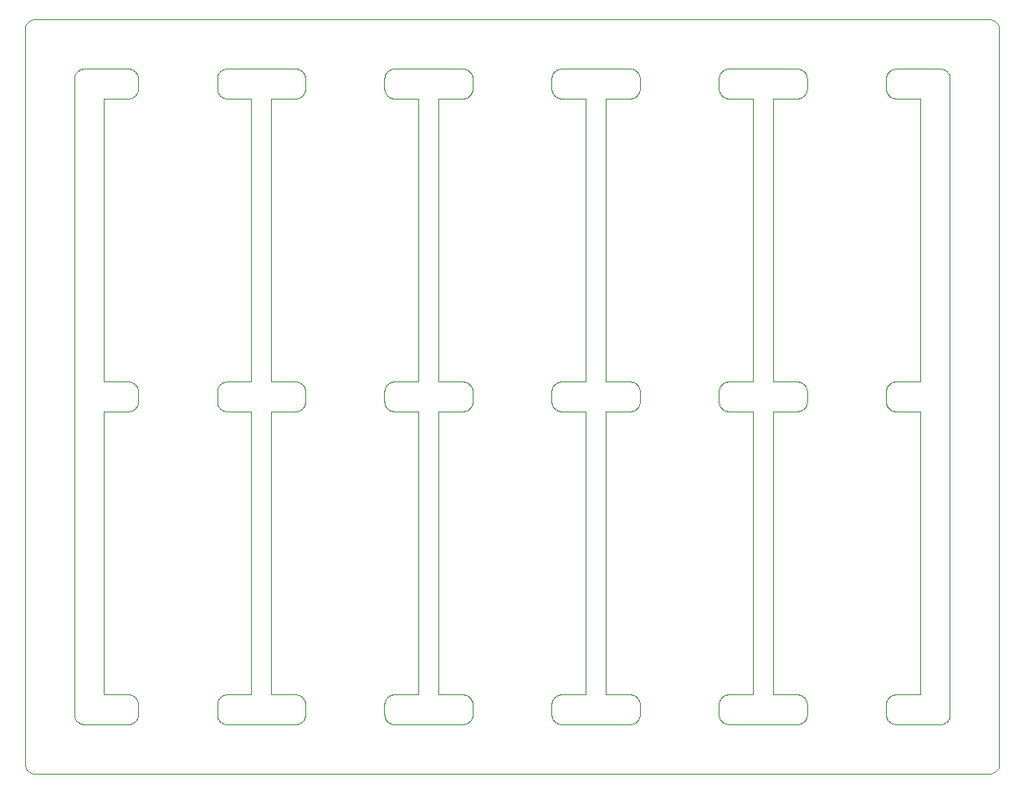
<source format=gbr>
%TF.GenerationSoftware,KiCad,Pcbnew,(6.0.7)*%
%TF.CreationDate,2022-08-09T00:19:31-07:00*%
%TF.ProjectId,panelized-M27C322-to-KM23C32000AG-adapter,70616e65-6c69-47a6-9564-2d4d32374333,rev?*%
%TF.SameCoordinates,Original*%
%TF.FileFunction,Profile,NP*%
%FSLAX46Y46*%
G04 Gerber Fmt 4.6, Leading zero omitted, Abs format (unit mm)*
G04 Created by KiCad (PCBNEW (6.0.7)) date 2022-08-09 00:19:31*
%MOMM*%
%LPD*%
G01*
G04 APERTURE LIST*
%TA.AperFunction,Profile*%
%ADD10C,0.100000*%
%TD*%
G04 APERTURE END LIST*
D10*
X103092673Y-54668804D02*
X103044213Y-54665229D01*
X85258421Y-20749450D02*
X85271381Y-20702619D01*
X42586888Y-20019025D02*
X42634299Y-20029671D01*
X93789297Y-54445278D02*
X93750990Y-54475173D01*
X113595086Y-90522950D02*
X113607405Y-90437743D01*
X51388520Y-85447036D02*
X51384945Y-85398576D01*
X52180611Y-20019025D02*
X52228487Y-20010718D01*
X26136091Y-83596460D02*
X26171283Y-83629966D01*
X59782931Y-51786900D02*
X59825210Y-51810851D01*
X108554625Y-85683519D02*
X108537137Y-85728855D01*
X85229945Y-85398576D02*
X85228750Y-85349877D01*
X20611144Y-86264637D02*
X20566721Y-86244946D01*
X51426381Y-85637380D02*
X51413421Y-85590549D01*
X68917394Y-22924637D02*
X68872971Y-22904946D01*
X108287341Y-20256460D02*
X108322533Y-20289966D01*
X26366196Y-85773278D02*
X26344349Y-85816681D01*
X52040230Y-86282125D02*
X51994894Y-86264637D01*
X93627931Y-86223099D02*
X93584528Y-86244946D01*
X20656480Y-20057874D02*
X20702619Y-20042631D01*
X85271381Y-53967380D02*
X85258421Y-53920549D01*
X76238627Y-20000000D02*
X76287326Y-20001195D01*
X51745702Y-83564721D02*
X51784009Y-83534826D01*
X102407710Y-51995158D02*
X102441216Y-51959966D01*
X59944297Y-20224721D02*
X59981091Y-20256460D01*
X68962730Y-51727874D02*
X69008869Y-51712631D01*
X102591237Y-20166847D02*
X102632289Y-20140851D01*
X102292101Y-22518960D02*
X102268150Y-22476681D01*
X86025611Y-83359025D02*
X86073487Y-83350718D01*
X77218031Y-22155262D02*
X77209724Y-22203138D01*
X25850105Y-86264637D02*
X25804769Y-86282125D01*
X102292101Y-54188960D02*
X102268150Y-54146681D01*
X68787289Y-86199148D02*
X68746237Y-86173152D01*
X69199213Y-22995229D02*
X69150987Y-22989281D01*
X88689918Y-83330681D02*
X88689870Y-54678830D01*
X76903591Y-86083539D02*
X76866797Y-86115278D01*
X102151250Y-85349877D02*
X102151250Y-84330122D01*
X68348881Y-52372619D02*
X68364124Y-52326480D01*
X42817028Y-20095053D02*
X42860431Y-20116900D01*
X25711799Y-86310328D02*
X25664388Y-86320974D01*
X60111423Y-83740259D02*
X60139402Y-83779987D01*
X108569868Y-20702619D02*
X108582828Y-20749450D01*
X42634299Y-54640328D02*
X42586888Y-54650974D01*
X68311020Y-85447036D02*
X68307445Y-85398576D01*
X43341118Y-85637380D02*
X43325875Y-85683519D01*
X25616512Y-51680718D02*
X25664388Y-51689025D01*
X52276713Y-83344770D02*
X52325173Y-83341195D01*
X102900700Y-22970328D02*
X102853869Y-22957368D01*
X85345650Y-52193318D02*
X85369601Y-52151039D01*
X15168919Y-15444394D02*
X15118462Y-15528530D01*
X26461250Y-52660122D02*
X26461250Y-53679877D01*
X34602101Y-52151039D02*
X34628097Y-52109987D01*
X94146479Y-20892963D02*
X94150054Y-20941423D01*
X77227554Y-22058576D02*
X77223979Y-22107036D01*
X103044213Y-51674770D02*
X103092673Y-51671195D01*
X43373031Y-20844737D02*
X43378979Y-20892963D01*
X43021797Y-22775278D02*
X42983490Y-22805173D01*
X113612500Y-16012272D02*
X113607357Y-15901768D01*
X52373872Y-86340000D02*
X52325173Y-86338804D01*
X94132224Y-53873138D02*
X94121578Y-53920549D01*
X68872971Y-83435053D02*
X68917394Y-83415362D01*
X34519124Y-83996480D02*
X34536612Y-83951144D01*
X26418618Y-85637380D02*
X26403375Y-85683519D01*
X51950471Y-54574946D02*
X51907068Y-54553099D01*
X20656480Y-86282125D02*
X20611144Y-86264637D01*
X59944297Y-86115278D02*
X59905990Y-86145173D01*
X77153387Y-83951144D02*
X77170875Y-83996480D01*
X60305054Y-85398576D02*
X60301479Y-85447036D01*
X52228487Y-54659281D02*
X52180611Y-54650974D01*
X37918597Y-54672170D02*
X37910227Y-54670000D01*
X59603630Y-20042631D02*
X59649769Y-20057874D01*
X77199078Y-85590549D02*
X77186118Y-85637380D01*
X60306250Y-52660122D02*
X60306250Y-53679877D01*
X102674568Y-83456900D02*
X102717971Y-83435053D01*
X25568286Y-51674770D02*
X25616512Y-51680718D01*
X35163869Y-20042631D02*
X35210700Y-20029671D01*
X52276713Y-22995229D02*
X52228487Y-22989281D01*
X25937931Y-54553099D02*
X25894528Y-54574946D01*
X76828490Y-20194826D02*
X76866797Y-20224721D01*
X42393627Y-20000000D02*
X42442326Y-20001195D01*
X68423150Y-54146681D02*
X68401303Y-54103278D01*
X93627931Y-22883099D02*
X93584528Y-22904946D01*
X20000000Y-85349877D02*
X20000000Y-20990122D01*
X34466020Y-85447036D02*
X34462445Y-85398576D01*
X108001355Y-20075362D02*
X108045778Y-20095053D01*
X15698160Y-91292805D02*
X15793005Y-91317803D01*
X77218031Y-53825262D02*
X77209724Y-53873138D01*
X102407710Y-54344841D02*
X102375971Y-54308047D01*
X35210700Y-86310328D02*
X35163869Y-86297368D01*
X42586888Y-54650974D02*
X42539012Y-54659281D01*
X52276713Y-54665229D02*
X52228487Y-54659281D01*
X86073487Y-54659281D02*
X86025611Y-54650974D01*
X76287326Y-86338804D02*
X76238627Y-86340000D01*
X26461250Y-84330122D02*
X26461250Y-85349877D01*
X54841097Y-23002170D02*
X54832727Y-23000000D01*
X94140531Y-52514737D02*
X94146479Y-52562963D01*
X107622377Y-20000000D02*
X107671076Y-20001195D01*
X51550597Y-83779987D02*
X51578576Y-83740259D01*
X85247775Y-53873138D02*
X85239468Y-53825262D01*
X85369601Y-85858960D02*
X85345650Y-85816681D01*
X93984402Y-54230012D02*
X93956423Y-54269740D01*
X77170875Y-22343519D02*
X77153387Y-22388855D01*
X59739528Y-86244946D02*
X59695105Y-86264637D01*
X26431578Y-53920549D02*
X26418618Y-53967380D01*
X71755227Y-54670000D02*
X69296372Y-54670000D01*
X102151250Y-84330122D02*
X102152445Y-84281423D01*
X68447101Y-85858960D02*
X68423150Y-85816681D01*
X108611304Y-20941423D02*
X108612500Y-20990122D01*
X20116900Y-20523318D02*
X20140851Y-20481039D01*
X76238627Y-86340000D02*
X69296372Y-86340000D01*
X77033923Y-22599740D02*
X77004028Y-22638047D01*
X37922418Y-54679318D02*
X37918597Y-54672170D01*
X51383750Y-85349877D02*
X51383750Y-84330122D01*
X68501076Y-52070259D02*
X68530971Y-52031952D01*
X59649769Y-22942125D02*
X59603630Y-22957368D01*
X43354078Y-84089450D02*
X43364724Y-84136861D01*
X68316968Y-85495262D02*
X68311020Y-85447036D01*
X43058591Y-51926460D02*
X43093783Y-51959966D01*
X25519826Y-20001195D02*
X25568286Y-20004770D01*
X112890880Y-15040077D02*
X112795450Y-15017413D01*
X77227554Y-53728576D02*
X77223979Y-53777036D01*
X85258421Y-22250549D02*
X85247775Y-22203138D01*
X107956019Y-20057874D02*
X108001355Y-20075362D01*
X35072394Y-22924637D02*
X35027971Y-22904946D01*
X69199213Y-51674770D02*
X69247673Y-51671195D01*
X39926402Y-23002170D02*
X39922557Y-23009809D01*
X73767629Y-51661169D02*
X73771796Y-51668121D01*
X102674568Y-51786900D02*
X102717971Y-51765053D01*
X42983490Y-51864826D02*
X43021797Y-51894721D01*
X25664388Y-86320974D02*
X25616512Y-86329281D01*
X102441216Y-20289966D02*
X102476408Y-20256460D01*
X42727269Y-22942125D02*
X42681130Y-22957368D01*
X35163869Y-51712631D02*
X35210700Y-51699671D01*
X71763597Y-51667829D02*
X71767418Y-51660681D01*
X26442224Y-84136861D02*
X26450531Y-84184737D01*
X26460054Y-85398576D02*
X26456479Y-85447036D01*
X51578576Y-83740259D02*
X51608471Y-83701952D01*
X51388520Y-22107036D02*
X51384945Y-22058576D01*
X34536612Y-20611144D02*
X34556303Y-20566721D01*
X20796861Y-20019025D02*
X20844737Y-20010718D01*
X51708908Y-22743539D02*
X51673716Y-22710033D01*
X52228487Y-20010718D02*
X52276713Y-20004770D01*
X93789297Y-20224721D02*
X93826091Y-20256460D01*
X76903591Y-20256460D02*
X76938783Y-20289966D01*
X34602101Y-85858960D02*
X34578150Y-85816681D01*
X77061902Y-20439987D02*
X77087898Y-20481039D01*
X105612418Y-83330681D02*
X105612500Y-54682272D01*
X93540105Y-20075362D02*
X93584528Y-20095053D01*
X20566721Y-20095053D02*
X20611144Y-20075362D01*
X20095053Y-85773278D02*
X20075362Y-85728855D01*
X112710243Y-15005094D02*
X112600227Y-15000000D01*
X76828490Y-22805173D02*
X76788762Y-22833152D01*
X68306250Y-22009877D02*
X68306250Y-20990122D01*
X26418618Y-84042619D02*
X26431578Y-84089450D01*
X85228750Y-53679877D02*
X85228750Y-52660122D01*
X34480275Y-20796861D02*
X34490921Y-20749450D01*
X77227554Y-52611423D02*
X77228750Y-52660122D01*
X68364124Y-54013519D02*
X68348881Y-53967380D01*
X102193881Y-52372619D02*
X102209124Y-52326480D01*
X43188923Y-54269740D02*
X43159028Y-54308047D01*
X51823737Y-51836847D02*
X51864789Y-51810851D01*
X26294402Y-22560012D02*
X26266423Y-22599740D01*
X51578576Y-22599740D02*
X51550597Y-22560012D01*
X85258421Y-52419450D02*
X85271381Y-52372619D01*
X77087898Y-52151039D02*
X77111849Y-52193318D01*
X59413286Y-22995229D02*
X59364826Y-22998804D01*
X85752068Y-20116900D02*
X85795471Y-20095053D01*
X20004770Y-20892963D02*
X20010718Y-20844737D01*
X93956423Y-20400259D02*
X93984402Y-20439987D01*
X51708908Y-20256460D02*
X51745702Y-20224721D01*
X35117730Y-54612125D02*
X35072394Y-54594637D01*
X77218031Y-85495262D02*
X77209724Y-85543138D01*
X26460054Y-20941423D02*
X26461250Y-20990122D01*
X51384945Y-84281423D02*
X51388520Y-84232963D01*
X26320398Y-85858960D02*
X26294402Y-85900012D01*
X76972289Y-86014841D02*
X76938783Y-86050033D01*
X26099297Y-51894721D02*
X26136091Y-51926460D01*
X102632289Y-54529148D02*
X102591237Y-54503152D01*
X102193881Y-85637380D02*
X102180921Y-85590549D01*
X52228487Y-86329281D02*
X52180611Y-86320974D01*
X102807730Y-54612125D02*
X102762394Y-54594637D01*
X51950471Y-22904946D02*
X51907068Y-22883099D01*
X108172512Y-86173152D02*
X108131460Y-86199148D01*
X34466020Y-52562963D02*
X34471968Y-52514737D01*
X59695105Y-54594637D02*
X59649769Y-54612125D01*
X102209124Y-85683519D02*
X102193881Y-85637380D01*
X26099297Y-20224721D02*
X26136091Y-20256460D01*
X77153387Y-20611144D02*
X77170875Y-20656480D01*
X93258286Y-20004770D02*
X93306512Y-20010718D01*
X25980210Y-83480851D02*
X26021262Y-83506847D01*
X68501076Y-83740259D02*
X68530971Y-83701952D01*
X76479299Y-51699671D02*
X76526130Y-51712631D01*
X85839894Y-22924637D02*
X85795471Y-22904946D01*
X59905990Y-51864826D02*
X59944297Y-51894721D01*
X34602101Y-22518960D02*
X34578150Y-22476681D01*
X37910227Y-23000000D02*
X35451372Y-23000000D01*
X85453471Y-54308047D02*
X85423576Y-54269740D01*
X51500650Y-85816681D02*
X51478803Y-85773278D01*
X68787289Y-83480851D02*
X68829568Y-83456900D01*
X25980210Y-22859148D02*
X25937931Y-22883099D01*
X85229945Y-20941423D02*
X85233520Y-20892963D01*
X85590702Y-54445278D02*
X85553908Y-54413539D01*
X76526130Y-51712631D02*
X76572269Y-51727874D01*
X51394468Y-22155262D02*
X51388520Y-22107036D01*
X26344349Y-85816681D02*
X26320398Y-85858960D01*
X85752068Y-22883099D02*
X85709789Y-22859148D01*
X60263618Y-20702619D02*
X60276578Y-20749450D01*
X85271381Y-52372619D02*
X85286624Y-52326480D01*
X60111423Y-22599740D02*
X60081528Y-22638047D01*
X93494769Y-20057874D02*
X93540105Y-20075362D01*
X102948111Y-20019025D02*
X102995987Y-20010718D01*
X51413421Y-52419450D02*
X51426381Y-52372619D01*
X51413421Y-84089450D02*
X51426381Y-84042619D01*
X51907068Y-51786900D02*
X51950471Y-51765053D01*
X20439987Y-86173152D02*
X20400259Y-86145173D01*
X34536612Y-54058855D02*
X34519124Y-54013519D01*
X35072394Y-83415362D02*
X35117730Y-83397874D01*
X51864789Y-86199148D02*
X51823737Y-86173152D01*
X43382554Y-53728576D02*
X43378979Y-53777036D01*
X85239468Y-53825262D02*
X85233520Y-53777036D01*
X102476408Y-86083539D02*
X102441216Y-86050033D01*
X43364724Y-22203138D02*
X43354078Y-22250549D01*
X93711262Y-54503152D02*
X93670210Y-54529148D01*
X68447101Y-20481039D02*
X68473097Y-20439987D01*
X34490921Y-85590549D02*
X34480275Y-85543138D01*
X25804769Y-51727874D02*
X25850105Y-51745362D01*
X85839894Y-83415362D02*
X85885230Y-83397874D01*
X102441216Y-86050033D02*
X102407710Y-86014841D01*
X34461250Y-52660122D02*
X34462445Y-52611423D01*
X94146479Y-84232963D02*
X94150054Y-84281423D01*
X25937931Y-20116900D02*
X25980210Y-20140851D01*
X108445652Y-85900012D02*
X108417673Y-85939740D01*
X34519124Y-22343519D02*
X34503881Y-22297380D01*
X76972289Y-20325158D02*
X77004028Y-20361952D01*
X34471968Y-22155262D02*
X34466020Y-22107036D01*
X51402775Y-22203138D02*
X51394468Y-22155262D01*
X93711262Y-22833152D02*
X93670210Y-22859148D01*
X86073487Y-86329281D02*
X86025611Y-86320974D01*
X26344349Y-83863318D02*
X26366196Y-83906721D01*
X20194826Y-20400259D02*
X20224721Y-20361952D01*
X15293281Y-91047065D02*
X15375268Y-91120172D01*
X20289966Y-20289966D02*
X20325158Y-20256460D01*
X51950471Y-86244946D02*
X51907068Y-86223099D01*
X60211196Y-85773278D02*
X60189349Y-85816681D01*
X26385887Y-20611144D02*
X26403375Y-20656480D01*
X35163869Y-83382631D02*
X35210700Y-83369671D01*
X76866797Y-83564721D02*
X76903591Y-83596460D01*
X43288696Y-83906721D02*
X43308387Y-83951144D01*
X76866797Y-20224721D02*
X76903591Y-20256460D01*
X94121578Y-52419450D02*
X94132224Y-52466861D01*
X35117730Y-83397874D02*
X35163869Y-83382631D01*
X102209124Y-20656480D02*
X102226612Y-20611144D01*
X25568286Y-54665229D02*
X25519826Y-54668804D01*
X23012272Y-51670000D02*
X25471127Y-51670000D01*
X34536612Y-22388855D02*
X34519124Y-22343519D01*
X26060990Y-54475173D02*
X26021262Y-54503152D01*
X69199213Y-83344770D02*
X69247673Y-83341195D01*
X59603630Y-54627368D02*
X59556799Y-54640328D01*
X60081528Y-20361952D02*
X60111423Y-20400259D01*
X26344349Y-54146681D02*
X26320398Y-54188960D01*
X60306250Y-85349877D02*
X60305054Y-85398576D01*
X25616512Y-54659281D02*
X25568286Y-54665229D01*
X34578150Y-83863318D02*
X34602101Y-83821039D01*
X85553908Y-51926460D02*
X85590702Y-51894721D01*
X59866262Y-51836847D02*
X59905990Y-51864826D01*
X34942289Y-54529148D02*
X34901237Y-54503152D01*
X34556303Y-85773278D02*
X34536612Y-85728855D01*
X20004770Y-85447036D02*
X20001195Y-85398576D01*
X26021262Y-20166847D02*
X26060990Y-20194826D01*
X60306250Y-84330122D02*
X60306250Y-85349877D01*
X102900700Y-51699671D02*
X102948111Y-51689025D01*
X26266423Y-54269740D02*
X26236528Y-54308047D01*
X76788762Y-83506847D02*
X76828490Y-83534826D01*
X93750990Y-83534826D02*
X93789297Y-83564721D01*
X77223979Y-84232963D02*
X77227554Y-84281423D01*
X43364724Y-84136861D02*
X43373031Y-84184737D01*
X34717710Y-83665158D02*
X34751216Y-83629966D01*
X94034349Y-22476681D02*
X94010398Y-22518960D01*
X102268150Y-20523318D02*
X102292101Y-20481039D01*
X26099297Y-22775278D02*
X26060990Y-22805173D01*
X85931369Y-51712631D02*
X85978200Y-51699671D01*
X71763597Y-83337829D02*
X71767442Y-83330190D01*
X93494769Y-51727874D02*
X93540105Y-51745362D01*
X86073487Y-22989281D02*
X86025611Y-22980974D01*
X43216902Y-20439987D02*
X43242898Y-20481039D01*
X94151250Y-53679877D02*
X94150054Y-53728576D01*
X34717710Y-51995158D02*
X34751216Y-51959966D01*
X60139402Y-52109987D02*
X60165398Y-52151039D01*
X108322533Y-20289966D02*
X108356039Y-20325158D01*
X108172512Y-20166847D02*
X108212240Y-20194826D01*
X102407710Y-83665158D02*
X102441216Y-83629966D01*
X103141372Y-54670000D02*
X103092673Y-54668804D01*
X108537137Y-20611144D02*
X108554625Y-20656480D01*
X43093783Y-83629966D02*
X43127289Y-83665158D01*
X76479299Y-86310328D02*
X76431888Y-86320974D01*
X68311020Y-84232963D02*
X68316968Y-84184737D01*
X102170275Y-20796861D02*
X102180921Y-20749450D01*
X69008869Y-86297368D02*
X68962730Y-86282125D01*
X85239468Y-22155262D02*
X85233520Y-22107036D01*
X34786408Y-54413539D02*
X34751216Y-54380033D01*
X85229945Y-53728576D02*
X85228750Y-53679877D01*
X43021797Y-20224721D02*
X43058591Y-20256460D01*
X34861509Y-83534826D02*
X34901237Y-83506847D01*
X20042631Y-85637380D02*
X20029671Y-85590549D01*
X68787289Y-22859148D02*
X68746237Y-22833152D01*
X25471127Y-51670000D02*
X25519826Y-51671195D01*
X60263618Y-84042619D02*
X60276578Y-84089450D01*
X77218031Y-84184737D02*
X77223979Y-84232963D01*
X51402775Y-85543138D02*
X51394468Y-85495262D01*
X34461250Y-53679877D02*
X34461250Y-52660122D01*
X105600227Y-23000000D02*
X103141372Y-23000000D01*
X51823737Y-83506847D02*
X51864789Y-83480851D01*
X108569868Y-85637380D02*
X108554625Y-85683519D01*
X108537137Y-85728855D02*
X108517446Y-85773278D01*
X34490921Y-20749450D02*
X34503881Y-20702619D01*
X34556303Y-20566721D02*
X34578150Y-20523318D01*
X35210700Y-83369671D02*
X35258111Y-83359025D01*
X102246303Y-52236721D02*
X102268150Y-52193318D01*
X102551509Y-20194826D02*
X102591237Y-20166847D01*
X68668202Y-20224721D02*
X68706509Y-20194826D01*
X51823737Y-20166847D02*
X51864789Y-20140851D01*
X77133696Y-83906721D02*
X77153387Y-83951144D01*
X93711262Y-51836847D02*
X93750990Y-51864826D01*
X42490786Y-86335229D02*
X42442326Y-86338804D01*
X37918597Y-51667829D02*
X37922418Y-51660681D01*
X60295531Y-52514737D02*
X60301479Y-52562963D01*
X77228750Y-52660122D02*
X77228750Y-53679877D01*
X26171283Y-86050033D02*
X26136091Y-86083539D01*
X108387778Y-20361952D02*
X108417673Y-20400259D01*
X59556799Y-22970328D02*
X59509388Y-22980974D01*
X35354213Y-22995229D02*
X35305987Y-22989281D01*
X107767762Y-86329281D02*
X107719536Y-86335229D01*
X42490786Y-22995229D02*
X42442326Y-22998804D01*
X93258286Y-83344770D02*
X93306512Y-83350718D01*
X93956423Y-85939740D02*
X93926528Y-85978047D01*
X68962730Y-54612125D02*
X68917394Y-54594637D01*
X34861509Y-22805173D02*
X34823202Y-22775278D01*
X102375971Y-54308047D02*
X102346076Y-54269740D01*
X60305054Y-53728576D02*
X60301479Y-53777036D01*
X94151250Y-22009877D02*
X94150054Y-22058576D01*
X25804769Y-86282125D02*
X25758630Y-86297368D01*
X51864789Y-54529148D02*
X51823737Y-54503152D01*
X25519826Y-51671195D02*
X25568286Y-51674770D01*
X108471648Y-20481039D02*
X108495599Y-20523318D01*
X34901237Y-22833152D02*
X34861509Y-22805173D01*
X39923059Y-83333082D02*
X39925311Y-83336840D01*
X23000129Y-51661169D02*
X23004296Y-51668121D01*
X85453471Y-83701952D02*
X85485210Y-83665158D01*
X93956423Y-22599740D02*
X93926528Y-22638047D01*
X93750990Y-54475173D02*
X93711262Y-54503152D01*
X103092673Y-86338804D02*
X103044213Y-86335229D01*
X77170875Y-85683519D02*
X77153387Y-85728855D01*
X26236528Y-54308047D02*
X26204789Y-54344841D01*
X42393627Y-83340000D02*
X42442326Y-83341195D01*
X102513202Y-20224721D02*
X102551509Y-20194826D01*
X59316127Y-51670000D02*
X59364826Y-51671195D01*
X60276578Y-84089450D02*
X60287224Y-84136861D01*
X93711262Y-83506847D02*
X93750990Y-83534826D01*
X77153387Y-85728855D02*
X77133696Y-85773278D01*
X102375971Y-85978047D02*
X102346076Y-85939740D01*
X20439987Y-20166847D02*
X20481039Y-20140851D01*
X102375971Y-22638047D02*
X102346076Y-22599740D01*
X60301479Y-53777036D02*
X60295531Y-53825262D01*
X94132224Y-85543138D02*
X94121578Y-85590549D01*
X102318097Y-20439987D02*
X102346076Y-20400259D01*
X26366196Y-52236721D02*
X26385887Y-52281144D01*
X42681130Y-20042631D02*
X42727269Y-20057874D01*
X93627931Y-51786900D02*
X93670210Y-51810851D01*
X77209724Y-52466861D02*
X77218031Y-52514737D01*
X51608471Y-54308047D02*
X51578576Y-54269740D01*
X26204789Y-20325158D02*
X26236528Y-20361952D01*
X59981091Y-20256460D02*
X60016283Y-20289966D01*
X77209724Y-22203138D02*
X77199078Y-22250549D01*
X15112831Y-90800302D02*
X15124388Y-90821923D01*
X26366196Y-54103278D02*
X26344349Y-54146681D01*
X93926528Y-22638047D02*
X93894789Y-22674841D01*
X52373872Y-20000000D02*
X59316127Y-20000000D01*
X26450531Y-20844737D02*
X26456479Y-20892963D01*
X69008869Y-20042631D02*
X69055700Y-20029671D01*
X102853869Y-22957368D02*
X102807730Y-22942125D01*
X26403375Y-52326480D02*
X26418618Y-52372619D01*
X43341118Y-84042619D02*
X43354078Y-84089450D01*
X112710731Y-91334857D02*
X112795450Y-91322586D01*
X59981091Y-54413539D02*
X59944297Y-54445278D01*
X93861283Y-22710033D02*
X93826091Y-22743539D01*
X77111849Y-54146681D02*
X77087898Y-54188960D01*
X26060990Y-20194826D02*
X26099297Y-20224721D01*
X34984568Y-51786900D02*
X35027971Y-51765053D01*
X68917394Y-83415362D02*
X68962730Y-83397874D01*
X76938783Y-51959966D02*
X76972289Y-51995158D01*
X102268150Y-54146681D02*
X102246303Y-54103278D01*
X42442326Y-86338804D02*
X42393627Y-86340000D01*
X85304112Y-20611144D02*
X85323803Y-20566721D01*
X23012272Y-54670000D02*
X23004296Y-54671878D01*
X102807730Y-86282125D02*
X102762394Y-86264637D01*
X52228487Y-22989281D02*
X52180611Y-22980974D01*
X25471127Y-23000000D02*
X23009809Y-23000057D01*
X60230887Y-52281144D02*
X60248375Y-52326480D01*
X35027971Y-51765053D02*
X35072394Y-51745362D01*
X85233520Y-53777036D02*
X85229945Y-53728576D01*
X43325875Y-20656480D02*
X43341118Y-20702619D01*
X51823737Y-54503152D02*
X51784009Y-54475173D01*
X51550597Y-52109987D02*
X51578576Y-52070259D01*
X76705431Y-20116900D02*
X76747710Y-20140851D01*
X102717971Y-20095053D02*
X102762394Y-20075362D01*
X77033923Y-20400259D02*
X77061902Y-20439987D01*
X68706509Y-83534826D02*
X68746237Y-83506847D01*
X34717710Y-22674841D02*
X34685971Y-22638047D01*
X102441216Y-51959966D02*
X102476408Y-51926460D01*
X69296372Y-54670000D02*
X69247673Y-54668804D01*
X26431578Y-52419450D02*
X26442224Y-52466861D01*
X85369601Y-52151039D02*
X85395597Y-52109987D01*
X68325275Y-52466861D02*
X68335921Y-52419450D01*
X43325875Y-85683519D02*
X43308387Y-85728855D01*
X69247673Y-51671195D02*
X69296372Y-51670000D01*
X51524601Y-20481039D02*
X51550597Y-20439987D01*
X26294402Y-83779987D02*
X26320398Y-83821039D01*
X56851917Y-83339440D02*
X56857272Y-83340000D01*
X85978200Y-22970328D02*
X85931369Y-22957368D01*
X34823202Y-86115278D02*
X34786408Y-86083539D01*
X69296372Y-23000000D02*
X69247673Y-22998804D01*
X68423150Y-85816681D02*
X68401303Y-85773278D01*
X85668737Y-86173152D02*
X85629009Y-86145173D01*
X94108618Y-22297380D02*
X94093375Y-22343519D01*
X60165398Y-54188960D02*
X60139402Y-54230012D01*
X93926528Y-54308047D02*
X93894789Y-54344841D01*
X68381612Y-22388855D02*
X68364124Y-22343519D01*
X26171283Y-22710033D02*
X26136091Y-22743539D01*
X93861283Y-51959966D02*
X93894789Y-51995158D01*
X102292101Y-52151039D02*
X102318097Y-52109987D01*
X43093783Y-86050033D02*
X43058591Y-86083539D01*
X34602101Y-83821039D02*
X34628097Y-83779987D01*
X93161127Y-23000000D02*
X90702272Y-23000000D01*
X94075887Y-83951144D02*
X94093375Y-83996480D01*
X94150054Y-52611423D02*
X94151250Y-52660122D01*
X43354078Y-20749450D02*
X43364724Y-20796861D01*
X43354078Y-85590549D02*
X43341118Y-85637380D01*
X102551509Y-83534826D02*
X102591237Y-83506847D01*
X42490786Y-83344770D02*
X42539012Y-83350718D01*
X108593474Y-20796861D02*
X108601781Y-20844737D01*
X25568286Y-22995229D02*
X25519826Y-22998804D01*
X42393627Y-86340000D02*
X35451372Y-86340000D01*
X102346076Y-52070259D02*
X102375971Y-52031952D01*
X20116900Y-85816681D02*
X20095053Y-85773278D01*
X42817028Y-86244946D02*
X42772605Y-86264637D01*
X43341118Y-52372619D02*
X43354078Y-52419450D01*
X90694296Y-54671878D02*
X90690129Y-54678830D01*
X68746237Y-51836847D02*
X68787289Y-51810851D01*
X23009809Y-23000057D02*
X23002170Y-23003902D01*
X34901237Y-83506847D02*
X34942289Y-83480851D01*
X86170173Y-22998804D02*
X86121713Y-22995229D01*
X113319565Y-91046718D02*
X113392672Y-90964731D01*
X69296372Y-51670000D02*
X71755227Y-51670000D01*
X71763597Y-23002170D02*
X71755227Y-23000000D01*
X93861283Y-20289966D02*
X93894789Y-20325158D01*
X34490921Y-53920549D02*
X34480275Y-53873138D01*
X26171283Y-83629966D02*
X26204789Y-83665158D01*
X15617659Y-15076307D02*
X15528963Y-15118231D01*
X102152445Y-85398576D02*
X102151250Y-85349877D01*
X77186118Y-53967380D02*
X77170875Y-54013519D01*
X85453471Y-85978047D02*
X85423576Y-85939740D01*
X52180611Y-86320974D02*
X52133200Y-86310328D01*
X20140851Y-20481039D02*
X20166847Y-20439987D01*
X93161127Y-54670000D02*
X90702272Y-54670000D01*
X94034349Y-85816681D02*
X94010398Y-85858960D01*
X20057874Y-20656480D02*
X20075362Y-20611144D01*
X85668737Y-51836847D02*
X85709789Y-51810851D01*
X68631408Y-83596460D02*
X68668202Y-83564721D01*
X85345650Y-83863318D02*
X85369601Y-83821039D01*
X77087898Y-22518960D02*
X77061902Y-22560012D01*
X108387778Y-85978047D02*
X108356039Y-86014841D01*
X69055700Y-51699671D02*
X69103111Y-51689025D01*
X43373031Y-22155262D02*
X43364724Y-22203138D01*
X59649769Y-51727874D02*
X59695105Y-51745362D01*
X60211196Y-20566721D02*
X60230887Y-20611144D01*
X113237231Y-15219827D02*
X113167697Y-15168647D01*
X59782931Y-22883099D02*
X59739528Y-22904946D01*
X77227554Y-84281423D02*
X77228750Y-84330122D01*
X69103111Y-20019025D02*
X69150987Y-20010718D01*
X76747710Y-22859148D02*
X76705431Y-22883099D01*
X43378979Y-20892963D02*
X43382554Y-20941423D01*
X103141372Y-51670000D02*
X105600227Y-51670000D01*
X59695105Y-22924637D02*
X59649769Y-22942125D01*
X26204789Y-51995158D02*
X26236528Y-52031952D01*
X85423576Y-22599740D02*
X85395597Y-22560012D01*
X43308387Y-20611144D02*
X43325875Y-20656480D01*
X85453471Y-20361952D02*
X85485210Y-20325158D01*
X93584528Y-83435053D02*
X93627931Y-83456900D01*
X60139402Y-83779987D02*
X60165398Y-83821039D01*
X102853869Y-86297368D02*
X102807730Y-86282125D01*
X43341118Y-20702619D02*
X43354078Y-20749450D01*
X102318097Y-54230012D02*
X102292101Y-54188960D01*
X94132224Y-84136861D02*
X94140531Y-84184737D01*
X43266849Y-52193318D02*
X43288696Y-52236721D01*
X76335786Y-22995229D02*
X76287326Y-22998804D01*
X15356513Y-15235231D02*
X15292934Y-15293281D01*
X69008869Y-51712631D02*
X69055700Y-51699671D01*
X51864789Y-20140851D02*
X51907068Y-20116900D01*
X68530971Y-20361952D02*
X68562710Y-20325158D01*
X60081528Y-22638047D02*
X60049789Y-22674841D01*
X85229945Y-52611423D02*
X85233520Y-52562963D01*
X51383750Y-20990122D02*
X51384945Y-20941423D01*
X20095053Y-20566721D02*
X20116900Y-20523318D01*
X26442224Y-20796861D02*
X26450531Y-20844737D01*
X107719536Y-86335229D02*
X107671076Y-86338804D01*
X60305054Y-84281423D02*
X60306250Y-84330122D01*
X59364826Y-20001195D02*
X59413286Y-20004770D01*
X68829568Y-54553099D02*
X68787289Y-54529148D01*
X25471127Y-54670000D02*
X23012272Y-54670000D01*
X16012272Y-15000000D02*
X15901768Y-15005142D01*
X26266423Y-83740259D02*
X26294402Y-83779987D01*
X20844737Y-20010718D02*
X20892963Y-20004770D01*
X42860431Y-22883099D02*
X42817028Y-22904946D01*
X42943762Y-22833152D02*
X42902710Y-22859148D01*
X60230887Y-22388855D02*
X60211196Y-22433278D01*
X15227069Y-90974010D02*
X15293281Y-91047065D01*
X51388520Y-20892963D02*
X51394468Y-20844737D01*
X85629009Y-51864826D02*
X85668737Y-51836847D01*
X60016283Y-22710033D02*
X59981091Y-22743539D01*
X34717710Y-86014841D02*
X34685971Y-85978047D01*
X60165398Y-22518960D02*
X60139402Y-22560012D01*
X68306250Y-84330122D02*
X68307445Y-84281423D01*
X90690129Y-54678830D02*
X90690057Y-83330190D01*
X85247775Y-84136861D02*
X85258421Y-84089450D01*
X43383750Y-53679877D02*
X43382554Y-53728576D01*
X59364826Y-86338804D02*
X59316127Y-86340000D01*
X76238627Y-83340000D02*
X76287326Y-83341195D01*
X35402673Y-54668804D02*
X35354213Y-54665229D01*
X54832727Y-83340000D02*
X54841097Y-83337829D01*
X43093783Y-22710033D02*
X43058591Y-22743539D01*
X60211196Y-83906721D02*
X60230887Y-83951144D01*
X77061902Y-54230012D02*
X77033923Y-54269740D01*
X94140531Y-20844737D02*
X94146479Y-20892963D01*
X51550597Y-54230012D02*
X51524601Y-54188960D01*
X59316127Y-83340000D02*
X59364826Y-83341195D01*
X26294402Y-54230012D02*
X26266423Y-54269740D01*
X94108618Y-52372619D02*
X94121578Y-52419450D01*
X39922557Y-23009809D02*
X39922629Y-51661169D01*
X94121578Y-20749450D02*
X94132224Y-20796861D01*
X43159028Y-85978047D02*
X43127289Y-86014841D01*
X34685971Y-22638047D02*
X34656076Y-22599740D01*
X43216902Y-22560012D02*
X43188923Y-22599740D01*
X86170173Y-83341195D02*
X86218872Y-83340000D01*
X23004296Y-54671878D02*
X23000129Y-54678830D01*
X77227554Y-20941423D02*
X77228750Y-20990122D01*
X102900700Y-20029671D02*
X102948111Y-20019025D01*
X51673716Y-51959966D02*
X51708908Y-51926460D01*
X102180921Y-84089450D02*
X102193881Y-84042619D01*
X60295531Y-53825262D02*
X60287224Y-53873138D01*
X76384012Y-54659281D02*
X76335786Y-54665229D01*
X76335786Y-54665229D02*
X76287326Y-54668804D01*
X86218872Y-20000000D02*
X93161127Y-20000000D01*
X102170275Y-85543138D02*
X102161968Y-85495262D01*
X60049789Y-51995158D02*
X60081528Y-52031952D01*
X34717710Y-54344841D02*
X34685971Y-54308047D01*
X102717971Y-54574946D02*
X102674568Y-54553099D01*
X93894789Y-83665158D02*
X93926528Y-83701952D01*
X69150987Y-54659281D02*
X69103111Y-54650974D01*
X102476408Y-22743539D02*
X102441216Y-22710033D01*
X94121578Y-22250549D02*
X94108618Y-22297380D01*
X90702272Y-51670000D02*
X93161127Y-51670000D01*
X93826091Y-86083539D02*
X93789297Y-86115278D01*
X25711799Y-83369671D02*
X25758630Y-83382631D01*
X76747710Y-54529148D02*
X76705431Y-54553099D01*
X52180611Y-54650974D02*
X52133200Y-54640328D01*
X23000057Y-83330190D02*
X23003902Y-83337829D01*
X76526130Y-20042631D02*
X76572269Y-20057874D01*
X68746237Y-22833152D02*
X68706509Y-22805173D01*
X42727269Y-51727874D02*
X42772605Y-51745362D01*
X25937931Y-86223099D02*
X25894528Y-86244946D01*
X102591237Y-54503152D02*
X102551509Y-54475173D01*
X56845559Y-83333082D02*
X56847811Y-83336840D01*
X76335786Y-83344770D02*
X76384012Y-83350718D01*
X59866262Y-86173152D02*
X59825210Y-86199148D01*
X60287224Y-20796861D02*
X60295531Y-20844737D01*
X93584528Y-54574946D02*
X93540105Y-54594637D01*
X59413286Y-20004770D02*
X59461512Y-20010718D01*
X108417673Y-85939740D02*
X108387778Y-85978047D01*
X76972289Y-83665158D02*
X77004028Y-83701952D01*
X77004028Y-54308047D02*
X76972289Y-54344841D01*
X76705431Y-83456900D02*
X76747710Y-83480851D01*
X51950471Y-51765053D02*
X51994894Y-51745362D01*
X42634299Y-86310328D02*
X42586888Y-86320974D01*
X60287224Y-85543138D02*
X60276578Y-85590549D01*
X76747710Y-51810851D02*
X76788762Y-51836847D01*
X94010398Y-85858960D02*
X93984402Y-85900012D01*
X77199078Y-52419450D02*
X77209724Y-52466861D01*
X34685971Y-52031952D02*
X34717710Y-51995158D01*
X85752068Y-54553099D02*
X85709789Y-54529148D01*
X103141372Y-20000000D02*
X107622377Y-20000000D01*
X102900700Y-86310328D02*
X102853869Y-86297368D01*
X56845057Y-23009809D02*
X56845129Y-51661169D01*
X52133200Y-51699671D02*
X52180611Y-51689025D01*
X102161968Y-52514737D02*
X102170275Y-52466861D01*
X94108618Y-53967380D02*
X94093375Y-54013519D01*
X68447101Y-83821039D02*
X68473097Y-83779987D01*
X108601781Y-20844737D02*
X108607729Y-20892963D01*
X42634299Y-20029671D02*
X42681130Y-20042631D01*
X34480275Y-52466861D02*
X34490921Y-52419450D01*
X26456479Y-52562963D02*
X26460054Y-52611423D01*
X76705431Y-51786900D02*
X76747710Y-51810851D01*
X43382554Y-22058576D02*
X43378979Y-22107036D01*
X85229945Y-84281423D02*
X85233520Y-84232963D01*
X43021797Y-83564721D02*
X43058591Y-83596460D01*
X56845000Y-83327727D02*
X56845559Y-83333082D01*
X68364124Y-20656480D02*
X68381612Y-20611144D01*
X76788762Y-54503152D02*
X76747710Y-54529148D01*
X34602101Y-54188960D02*
X34578150Y-54146681D01*
X52086369Y-51712631D02*
X52133200Y-51699671D01*
X94075887Y-54058855D02*
X94056196Y-54103278D01*
X102209124Y-54013519D02*
X102193881Y-53967380D01*
X94093375Y-85683519D02*
X94075887Y-85728855D01*
X43364724Y-53873138D02*
X43354078Y-53920549D01*
X34823202Y-22775278D02*
X34786408Y-22743539D01*
X68335921Y-52419450D02*
X68348881Y-52372619D01*
X42539012Y-51680718D02*
X42586888Y-51689025D01*
X15000000Y-16012272D02*
X15000000Y-90327727D01*
X102170275Y-22203138D02*
X102161968Y-22155262D01*
X68447101Y-22518960D02*
X68423150Y-22476681D01*
X113083969Y-15118462D02*
X112995293Y-15076495D01*
X102476408Y-83596460D02*
X102513202Y-83564721D01*
X26266423Y-20400259D02*
X26294402Y-20439987D01*
X15434572Y-15175841D02*
X15356513Y-15235231D01*
X26461250Y-20990122D02*
X26461250Y-22009877D01*
X85345650Y-85816681D02*
X85323803Y-85773278D01*
X34578150Y-20523318D02*
X34602101Y-20481039D01*
X94146479Y-52562963D02*
X94150054Y-52611423D01*
X42860431Y-20116900D02*
X42902710Y-20140851D01*
X68307445Y-85398576D02*
X68306250Y-85349877D01*
X68668202Y-86115278D02*
X68631408Y-86083539D01*
X52133200Y-83369671D02*
X52180611Y-83359025D01*
X68401303Y-22433278D02*
X68381612Y-22388855D01*
X105611940Y-54676917D02*
X105609688Y-54673159D01*
X76526130Y-86297368D02*
X76479299Y-86310328D01*
X68917394Y-86264637D02*
X68872971Y-86244946D01*
X76788762Y-86173152D02*
X76747710Y-86199148D01*
X93627931Y-20116900D02*
X93670210Y-20140851D01*
X76335786Y-20004770D02*
X76384012Y-20010718D01*
X26403375Y-83996480D02*
X26418618Y-84042619D01*
X59316127Y-86340000D02*
X52373872Y-86340000D01*
X68962730Y-20057874D02*
X69008869Y-20042631D01*
X85271381Y-84042619D02*
X85286624Y-83996480D01*
X93448630Y-20042631D02*
X93494769Y-20057874D01*
X85228750Y-84330122D02*
X85229945Y-84281423D01*
X59866262Y-83506847D02*
X59905990Y-83534826D01*
X34466020Y-84232963D02*
X34471968Y-84184737D01*
X25850105Y-83415362D02*
X25894528Y-83435053D01*
X68562710Y-51995158D02*
X68596216Y-51959966D01*
X93894789Y-22674841D02*
X93861283Y-22710033D01*
X68401303Y-85773278D02*
X68381612Y-85728855D01*
X77111849Y-20523318D02*
X77133696Y-20566721D01*
X59905990Y-22805173D02*
X59866262Y-22833152D01*
X34462445Y-22058576D02*
X34461250Y-22009877D01*
X76866797Y-54445278D02*
X76828490Y-54475173D01*
X42681130Y-54627368D02*
X42634299Y-54640328D01*
X112983628Y-91268014D02*
X113072802Y-91227168D01*
X93956423Y-52070259D02*
X93984402Y-52109987D01*
X39922629Y-54678830D02*
X39922500Y-83327727D01*
X56857272Y-23000000D02*
X56848902Y-23002170D01*
X68381612Y-20611144D02*
X68401303Y-20566721D01*
X94150054Y-84281423D02*
X94151250Y-84330122D01*
X34503881Y-22297380D02*
X34490921Y-22250549D01*
X68335921Y-53920549D02*
X68325275Y-53873138D01*
X93789297Y-83564721D02*
X93826091Y-83596460D01*
X68962730Y-83397874D02*
X69008869Y-83382631D01*
X43188923Y-20400259D02*
X43216902Y-20439987D01*
X85518716Y-51959966D02*
X85553908Y-51926460D01*
X34717710Y-20325158D02*
X34751216Y-20289966D01*
X56857272Y-54670000D02*
X56849296Y-54671878D01*
X102762394Y-20075362D02*
X102807730Y-20057874D01*
X85590702Y-51894721D02*
X85629009Y-51864826D01*
X68596216Y-86050033D02*
X68562710Y-86014841D01*
X25568286Y-83344770D02*
X25616512Y-83350718D01*
X73771796Y-54671878D02*
X73767629Y-54678830D01*
X35072394Y-54594637D02*
X35027971Y-54574946D01*
X68917394Y-20075362D02*
X68962730Y-20057874D01*
X43383750Y-20990122D02*
X43383750Y-22009877D01*
X26460054Y-53728576D02*
X26456479Y-53777036D01*
X43242898Y-52151039D02*
X43266849Y-52193318D01*
X102717971Y-51765053D02*
X102762394Y-51745362D01*
X59905990Y-20194826D02*
X59944297Y-20224721D01*
X60049789Y-83665158D02*
X60081528Y-83701952D01*
X93448630Y-83382631D02*
X93494769Y-83397874D01*
X93401799Y-51699671D02*
X93448630Y-51712631D01*
X85286624Y-83996480D02*
X85304112Y-83951144D01*
X59649769Y-20057874D02*
X59695105Y-20075362D01*
X68325275Y-84136861D02*
X68335921Y-84089450D01*
X52040230Y-20057874D02*
X52086369Y-20042631D01*
X85885230Y-83397874D02*
X85931369Y-83382631D01*
X85345650Y-20523318D02*
X85369601Y-20481039D01*
X59461512Y-22989281D02*
X59413286Y-22995229D01*
X20010718Y-85495262D02*
X20004770Y-85447036D01*
X52180611Y-83359025D02*
X52228487Y-83350718D01*
X85795471Y-20095053D02*
X85839894Y-20075362D01*
X15454956Y-15162221D02*
X15434572Y-15175841D01*
X105608597Y-23002170D02*
X105600227Y-23000000D01*
X51864789Y-51810851D02*
X51907068Y-51786900D01*
X34628097Y-54230012D02*
X34602101Y-54188960D01*
X51823737Y-22833152D02*
X51784009Y-22805173D01*
X51608471Y-52031952D02*
X51640210Y-51995158D01*
X51708908Y-83596460D02*
X51745702Y-83564721D01*
X73771796Y-51668121D02*
X73779772Y-51670000D01*
X51478803Y-22433278D02*
X51459112Y-22388855D01*
X88689942Y-23009809D02*
X88686097Y-23002170D01*
X102161968Y-85495262D02*
X102156020Y-85447036D01*
X113590303Y-90546994D02*
X113595086Y-90522950D01*
X102246303Y-85773278D02*
X102226612Y-85728855D01*
X51394468Y-52514737D02*
X51402775Y-52466861D01*
X93711262Y-20166847D02*
X93750990Y-20194826D01*
X59905990Y-86145173D02*
X59866262Y-86173152D01*
X20400259Y-20194826D02*
X20439987Y-20166847D01*
X94121578Y-85590549D02*
X94108618Y-85637380D01*
X77004028Y-22638047D02*
X76972289Y-22674841D01*
X34461250Y-84330122D02*
X34462445Y-84281423D01*
X68316968Y-22155262D02*
X68311020Y-22107036D01*
X42539012Y-20010718D02*
X42586888Y-20019025D01*
X34471968Y-53825262D02*
X34466020Y-53777036D01*
X25519826Y-83341195D02*
X25568286Y-83344770D01*
X90694296Y-51668121D02*
X90702272Y-51670000D01*
X102161968Y-20844737D02*
X102170275Y-20796861D01*
X94034349Y-20523318D02*
X94056196Y-20566721D01*
X26171283Y-51959966D02*
X26204789Y-51995158D01*
X51524601Y-83821039D02*
X51550597Y-83779987D01*
X102948111Y-54650974D02*
X102900700Y-54640328D01*
X43127289Y-86014841D02*
X43093783Y-86050033D01*
X102407710Y-22674841D02*
X102375971Y-22638047D01*
X85233520Y-84232963D02*
X85239468Y-84184737D01*
X42442326Y-83341195D02*
X42490786Y-83344770D01*
X59556799Y-20029671D02*
X59603630Y-20042631D01*
X51708908Y-86083539D02*
X51673716Y-86050033D01*
X51994894Y-86264637D02*
X51950471Y-86244946D01*
X76238627Y-54670000D02*
X73779772Y-54670000D01*
X77087898Y-20481039D02*
X77111849Y-20523318D01*
X25937931Y-51786900D02*
X25980210Y-51810851D01*
X68562710Y-54344841D02*
X68530971Y-54308047D01*
X51640210Y-22674841D02*
X51608471Y-22638047D01*
X51578576Y-52070259D02*
X51608471Y-52031952D01*
X103044213Y-86335229D02*
X102995987Y-86329281D01*
X68787289Y-54529148D02*
X68746237Y-54503152D01*
X77228750Y-85349877D02*
X77227554Y-85398576D01*
X102551509Y-86145173D02*
X102513202Y-86115278D01*
X60301479Y-20892963D02*
X60305054Y-20941423D01*
X77153387Y-22388855D02*
X77133696Y-22433278D01*
X93354388Y-51689025D02*
X93401799Y-51699671D01*
X43378979Y-84232963D02*
X43382554Y-84281423D01*
X68307445Y-22058576D02*
X68306250Y-22009877D01*
X51441624Y-85683519D02*
X51426381Y-85637380D01*
X69247673Y-54668804D02*
X69199213Y-54665229D01*
X77111849Y-83863318D02*
X77133696Y-83906721D01*
X51441624Y-83996480D02*
X51459112Y-83951144D01*
X69008869Y-54627368D02*
X68962730Y-54612125D01*
X60211196Y-52236721D02*
X60230887Y-52281144D01*
X93627931Y-54553099D02*
X93584528Y-54574946D01*
X112902931Y-91296577D02*
X112983628Y-91268014D01*
X85258421Y-84089450D02*
X85271381Y-84042619D01*
X20990122Y-86340000D02*
X20941423Y-86338804D01*
X108322533Y-86050033D02*
X108287341Y-86083539D01*
X93494769Y-86282125D02*
X93448630Y-86297368D01*
X76617605Y-54594637D02*
X76572269Y-54612125D01*
X34942289Y-83480851D02*
X34984568Y-83456900D01*
X34490921Y-52419450D02*
X34503881Y-52372619D01*
X35258111Y-22980974D02*
X35210700Y-22970328D01*
X93826091Y-83596460D02*
X93861283Y-83629966D01*
X93894789Y-86014841D02*
X93861283Y-86050033D01*
X52325173Y-51671195D02*
X52373872Y-51670000D01*
X51383750Y-84330122D02*
X51384945Y-84281423D01*
X86218872Y-51670000D02*
X88677727Y-51670000D01*
X68423150Y-22476681D02*
X68401303Y-22433278D01*
X85369601Y-54188960D02*
X85345650Y-54146681D01*
X102292101Y-83821039D02*
X102318097Y-83779987D01*
X60189349Y-54146681D02*
X60165398Y-54188960D01*
X35451372Y-86340000D02*
X35402673Y-86338804D01*
X26450531Y-84184737D02*
X26456479Y-84232963D01*
X94056196Y-54103278D02*
X94034349Y-54146681D01*
X76572269Y-54612125D02*
X76526130Y-54627368D01*
X35027971Y-22904946D02*
X34984568Y-22883099D01*
X85369601Y-83821039D02*
X85395597Y-83779987D01*
X42902710Y-51810851D02*
X42943762Y-51836847D01*
X68917394Y-54594637D02*
X68872971Y-54574946D01*
X51500650Y-22476681D02*
X51478803Y-22433278D01*
X56849296Y-51668121D02*
X56857272Y-51670000D01*
X76662028Y-22904946D02*
X76617605Y-22924637D01*
X51578576Y-54269740D02*
X51550597Y-54230012D01*
X68306250Y-85349877D02*
X68306250Y-84330122D01*
X34656076Y-54269740D02*
X34628097Y-54230012D01*
X37922442Y-83330190D02*
X37922418Y-54679318D01*
X93711262Y-86173152D02*
X93670210Y-86199148D01*
X85271381Y-20702619D02*
X85286624Y-20656480D01*
X68381612Y-83951144D02*
X68401303Y-83906721D01*
X60230887Y-54058855D02*
X60211196Y-54103278D01*
X90690003Y-23012027D02*
X90690129Y-51661169D01*
X51745702Y-86115278D02*
X51708908Y-86083539D01*
X85395597Y-85900012D02*
X85369601Y-85858960D01*
X25758630Y-51712631D02*
X25804769Y-51727874D01*
X93354388Y-86320974D02*
X93306512Y-86329281D01*
X20400259Y-86145173D02*
X20361952Y-86115278D01*
X51402775Y-53873138D02*
X51394468Y-53825262D01*
X108287341Y-86083539D02*
X108250547Y-86115278D01*
X39934772Y-54670000D02*
X39926796Y-54671878D01*
X85247775Y-85543138D02*
X85239468Y-85495262D01*
X26021262Y-83506847D02*
X26060990Y-83534826D01*
X42860431Y-86223099D02*
X42817028Y-86244946D01*
X23002170Y-23003902D02*
X23000000Y-23012272D01*
X35210700Y-22970328D02*
X35163869Y-22957368D01*
X52276713Y-86335229D02*
X52228487Y-86329281D01*
X102226612Y-85728855D02*
X102209124Y-85683519D01*
X54841097Y-54672170D02*
X54832727Y-54670000D01*
X76938783Y-83629966D02*
X76972289Y-83665158D01*
X52086369Y-54627368D02*
X52040230Y-54612125D01*
X60016283Y-54380033D02*
X59981091Y-54413539D01*
X43093783Y-54380033D02*
X43058591Y-54413539D01*
X77133696Y-85773278D02*
X77111849Y-85816681D01*
X102853869Y-51712631D02*
X102900700Y-51699671D01*
X59649769Y-83397874D02*
X59695105Y-83415362D01*
X94150054Y-85398576D02*
X94146479Y-85447036D01*
X86218872Y-86340000D02*
X86170173Y-86338804D01*
X68706509Y-86145173D02*
X68668202Y-86115278D01*
X20010718Y-20844737D02*
X20019025Y-20796861D01*
X20702619Y-20042631D02*
X20749450Y-20029671D01*
X94146479Y-53777036D02*
X94140531Y-53825262D01*
X76866797Y-22775278D02*
X76828490Y-22805173D01*
X42983490Y-83534826D02*
X43021797Y-83564721D01*
X43093783Y-20289966D02*
X43127289Y-20325158D01*
X68746237Y-20166847D02*
X68787289Y-20140851D01*
X20481039Y-20140851D02*
X20523318Y-20116900D01*
X86025611Y-51689025D02*
X86073487Y-51680718D01*
X76747710Y-86199148D02*
X76705431Y-86223099D01*
X90702272Y-83340000D02*
X93161127Y-83340000D01*
X35305987Y-86329281D02*
X35258111Y-86320974D01*
X68872971Y-22904946D02*
X68829568Y-22883099D01*
X34480275Y-53873138D02*
X34471968Y-53825262D01*
X42983490Y-22805173D02*
X42943762Y-22833152D01*
X102513202Y-54445278D02*
X102476408Y-54413539D01*
X105600472Y-54670003D02*
X103141372Y-54670000D01*
X77218031Y-20844737D02*
X77223979Y-20892963D01*
X102807730Y-20057874D02*
X102853869Y-20042631D01*
X68668202Y-51894721D02*
X68706509Y-51864826D01*
X102246303Y-83906721D02*
X102268150Y-83863318D01*
X15022196Y-90546994D02*
X15043422Y-90630431D01*
X52180611Y-51689025D02*
X52228487Y-51680718D01*
X77061902Y-85900012D02*
X77033923Y-85939740D01*
X93670210Y-86199148D02*
X93627931Y-86223099D01*
X60248375Y-54013519D02*
X60230887Y-54058855D01*
X102209124Y-52326480D02*
X102226612Y-52281144D01*
X85271381Y-85637380D02*
X85258421Y-85590549D01*
X42943762Y-54503152D02*
X42902710Y-54529148D01*
X93306512Y-22989281D02*
X93258286Y-22995229D01*
X102632289Y-22859148D02*
X102591237Y-22833152D01*
X68596216Y-20289966D02*
X68631408Y-20256460D01*
X15793243Y-15022139D02*
X15709568Y-15043422D01*
X68447101Y-52151039D02*
X68473097Y-52109987D01*
X102156020Y-53777036D02*
X102152445Y-53728576D01*
X68530971Y-83701952D02*
X68562710Y-83665158D01*
X43308387Y-83951144D02*
X43325875Y-83996480D01*
X34751216Y-83629966D02*
X34786408Y-83596460D01*
X102476408Y-54413539D02*
X102441216Y-54380033D01*
X52373872Y-83340000D02*
X54832727Y-83340000D01*
X85709789Y-83480851D02*
X85752068Y-83456900D01*
X103092673Y-20001195D02*
X103141372Y-20000000D01*
X102995987Y-54659281D02*
X102948111Y-54650974D01*
X52086369Y-83382631D02*
X52133200Y-83369671D01*
X77133696Y-54103278D02*
X77111849Y-54146681D01*
X86121713Y-83344770D02*
X86170173Y-83341195D01*
X51478803Y-52236721D02*
X51500650Y-52193318D01*
X86073487Y-20010718D02*
X86121713Y-20004770D01*
X108593474Y-85543138D02*
X108582828Y-85590549D01*
X77223979Y-22107036D02*
X77218031Y-22155262D01*
X59944297Y-22775278D02*
X59905990Y-22805173D01*
X85247775Y-20796861D02*
X85258421Y-20749450D01*
X113167697Y-15168647D02*
X113083969Y-15118462D01*
X20029671Y-20749450D02*
X20042631Y-20702619D01*
X60049789Y-20325158D02*
X60081528Y-20361952D01*
X25804769Y-83397874D02*
X25850105Y-83415362D01*
X102853869Y-83382631D02*
X102900700Y-83369671D01*
X25850105Y-54594637D02*
X25804769Y-54612125D01*
X59509388Y-83359025D02*
X59556799Y-83369671D01*
X59556799Y-51699671D02*
X59603630Y-51712631D01*
X35072394Y-86264637D02*
X35027971Y-86244946D01*
X94150054Y-22058576D02*
X94146479Y-22107036D01*
X59825210Y-51810851D02*
X59866262Y-51836847D01*
X51394468Y-85495262D02*
X51388520Y-85447036D01*
X60111423Y-20400259D02*
X60139402Y-20439987D01*
X34556303Y-52236721D02*
X34578150Y-52193318D01*
X76903591Y-51926460D02*
X76938783Y-51959966D01*
X25664388Y-54650974D02*
X25616512Y-54659281D01*
X43216902Y-85900012D02*
X43188923Y-85939740D01*
X69055700Y-86310328D02*
X69008869Y-86297368D01*
X54832727Y-23000000D02*
X52373872Y-23000000D01*
X15292934Y-15293281D02*
X15227069Y-15365989D01*
X85233520Y-85447036D02*
X85229945Y-85398576D01*
X68746237Y-83506847D02*
X68787289Y-83480851D01*
X34984568Y-20116900D02*
X35027971Y-20095053D01*
X68829568Y-20116900D02*
X68872971Y-20095053D01*
X85323803Y-20566721D02*
X85345650Y-20523318D01*
X102318097Y-52109987D02*
X102346076Y-52070259D01*
X43159028Y-20361952D02*
X43188923Y-20400259D01*
X94132224Y-52466861D02*
X94140531Y-52514737D01*
X71767418Y-54679318D02*
X71763597Y-54672170D01*
X51441624Y-52326480D02*
X51459112Y-52281144D01*
X43354078Y-22250549D02*
X43341118Y-22297380D01*
X93448630Y-86297368D02*
X93401799Y-86310328D01*
X25471127Y-83340000D02*
X25519826Y-83341195D01*
X76938783Y-54380033D02*
X76903591Y-54413539D01*
X102551509Y-22805173D02*
X102513202Y-22775278D01*
X76617605Y-86264637D02*
X76572269Y-86282125D01*
X93401799Y-22970328D02*
X93354388Y-22980974D01*
X35451372Y-54670000D02*
X35402673Y-54668804D01*
X42772605Y-51745362D02*
X42817028Y-51765053D01*
X42539012Y-54659281D02*
X42490786Y-54665229D01*
X68746237Y-86173152D02*
X68706509Y-86145173D01*
X51524601Y-85858960D02*
X51500650Y-85816681D01*
X68401303Y-54103278D02*
X68381612Y-54058855D01*
X85369601Y-20481039D02*
X85395597Y-20439987D01*
X113443852Y-90895197D02*
X113494037Y-90811469D01*
X85228750Y-52660122D02*
X85229945Y-52611423D01*
X85885230Y-51727874D02*
X85931369Y-51712631D01*
X35072394Y-51745362D02*
X35117730Y-51727874D01*
X73779772Y-51670000D02*
X76238627Y-51670000D01*
X85795471Y-86244946D02*
X85752068Y-86223099D01*
X76617605Y-51745362D02*
X76662028Y-51765053D01*
X68787289Y-51810851D02*
X68829568Y-51786900D01*
X88677727Y-23000000D02*
X86218872Y-23000000D01*
X35163869Y-54627368D02*
X35117730Y-54612125D01*
X102900700Y-54640328D02*
X102853869Y-54627368D01*
X15168647Y-90895197D02*
X15227069Y-90974010D01*
X73779772Y-54670000D02*
X73771796Y-54671878D01*
X102346076Y-20400259D02*
X102375971Y-20361952D01*
X108250547Y-86115278D02*
X108212240Y-86145173D01*
X51394468Y-84184737D02*
X51402775Y-84136861D01*
X51402775Y-84136861D02*
X51413421Y-84089450D01*
X102246303Y-54103278D02*
X102226612Y-54058855D01*
X76866797Y-86115278D02*
X76828490Y-86145173D01*
X102152445Y-20941423D02*
X102156020Y-20892963D01*
X26460054Y-84281423D02*
X26461250Y-84330122D01*
X105612500Y-54682272D02*
X105611940Y-54676917D01*
X85228750Y-20990122D02*
X85229945Y-20941423D01*
X43382554Y-85398576D02*
X43378979Y-85447036D01*
X85590702Y-22775278D02*
X85553908Y-22743539D01*
X59556799Y-54640328D02*
X59509388Y-54650974D01*
X107671076Y-20001195D02*
X107719536Y-20004770D01*
X34901237Y-54503152D02*
X34861509Y-54475173D01*
X25711799Y-54640328D02*
X25664388Y-54650974D01*
X77186118Y-52372619D02*
X77199078Y-52419450D01*
X76705431Y-54553099D02*
X76662028Y-54574946D01*
X25758630Y-22957368D02*
X25711799Y-22970328D01*
X93401799Y-86310328D02*
X93354388Y-86320974D01*
X51784009Y-51864826D02*
X51823737Y-51836847D01*
X85485210Y-86014841D02*
X85453471Y-85978047D01*
X68307445Y-53728576D02*
X68306250Y-53679877D01*
X26136091Y-51926460D02*
X26171283Y-51959966D01*
X35354213Y-86335229D02*
X35305987Y-86329281D01*
X102853869Y-54627368D02*
X102807730Y-54612125D01*
X105612418Y-23009318D02*
X105608597Y-23002170D01*
X51864789Y-22859148D02*
X51823737Y-22833152D01*
X94093375Y-54013519D02*
X94075887Y-54058855D01*
X15017413Y-90522950D02*
X15022196Y-90546994D01*
X42860431Y-51786900D02*
X42902710Y-51810851D01*
X76479299Y-54640328D02*
X76431888Y-54650974D01*
X77061902Y-52109987D02*
X77087898Y-52151039D01*
X59825210Y-83480851D02*
X59866262Y-83506847D01*
X73779772Y-23000000D02*
X73771402Y-23002170D01*
X34519124Y-52326480D02*
X34536612Y-52281144D01*
X42817028Y-22904946D02*
X42772605Y-22924637D01*
X59739528Y-54574946D02*
X59695105Y-54594637D01*
X26461250Y-22009877D02*
X26460054Y-22058576D01*
X94121578Y-84089450D02*
X94132224Y-84136861D01*
X85395597Y-83779987D02*
X85423576Y-83740259D01*
X76617605Y-83415362D02*
X76662028Y-83435053D01*
X102476408Y-51926460D02*
X102513202Y-51894721D01*
X88677727Y-51670000D02*
X88685703Y-51668121D01*
X93494769Y-54612125D02*
X93448630Y-54627368D01*
X42772605Y-54594637D02*
X42727269Y-54612125D01*
X20042631Y-20702619D02*
X20057874Y-20656480D01*
X69247673Y-86338804D02*
X69199213Y-86335229D01*
X42442326Y-51671195D02*
X42490786Y-51674770D01*
X34786408Y-83596460D02*
X34823202Y-83564721D01*
X102226612Y-52281144D02*
X102246303Y-52236721D01*
X51394468Y-53825262D02*
X51388520Y-53777036D01*
X93956423Y-83740259D02*
X93984402Y-83779987D01*
X59461512Y-83350718D02*
X59509388Y-83359025D01*
X42817028Y-83435053D02*
X42860431Y-83456900D01*
X20019025Y-85543138D02*
X20010718Y-85495262D01*
X69103111Y-83359025D02*
X69150987Y-83350718D01*
X93306512Y-54659281D02*
X93258286Y-54665229D01*
X93401799Y-20029671D02*
X93448630Y-20042631D01*
X77170875Y-52326480D02*
X77186118Y-52372619D01*
X68306250Y-52660122D02*
X68307445Y-52611423D01*
X34462445Y-52611423D02*
X34466020Y-52562963D01*
X93670210Y-51810851D02*
X93711262Y-51836847D01*
X85795471Y-22904946D02*
X85752068Y-22883099D01*
X60165398Y-83821039D02*
X60189349Y-83863318D01*
X34656076Y-52070259D02*
X34685971Y-52031952D01*
X42634299Y-22970328D02*
X42586888Y-22980974D01*
X60248375Y-20656480D02*
X60263618Y-20702619D01*
X107671076Y-86338804D02*
X107622377Y-86340000D01*
X112914339Y-15047194D02*
X112890880Y-15040077D01*
X85668737Y-20166847D02*
X85709789Y-20140851D01*
X76903591Y-54413539D02*
X76866797Y-54445278D01*
X94093375Y-83996480D02*
X94108618Y-84042619D01*
X90702272Y-23000000D02*
X90696917Y-23000559D01*
X60139402Y-54230012D02*
X60111423Y-54269740D01*
X93306512Y-20010718D02*
X93354388Y-20019025D01*
X60230887Y-20611144D02*
X60248375Y-20656480D01*
X85931369Y-83382631D02*
X85978200Y-83369671D01*
X102346076Y-22599740D02*
X102318097Y-22560012D01*
X108582828Y-85590549D02*
X108569868Y-85637380D01*
X15793005Y-91317803D02*
X15817049Y-91322586D01*
X34656076Y-85939740D02*
X34628097Y-85900012D01*
X16012272Y-91340000D02*
X112600227Y-91340000D01*
X26344349Y-20523318D02*
X26366196Y-20566721D01*
X85423576Y-52070259D02*
X85453471Y-52031952D01*
X60139402Y-85900012D02*
X60111423Y-85939740D01*
X26236528Y-83701952D02*
X26266423Y-83740259D01*
X76572269Y-86282125D02*
X76526130Y-86297368D01*
X69103111Y-86320974D02*
X69055700Y-86310328D01*
X26456479Y-85447036D02*
X26450531Y-85495262D01*
X85345650Y-54146681D02*
X85323803Y-54103278D01*
X59509388Y-54650974D02*
X59461512Y-54659281D01*
X77170875Y-54013519D02*
X77153387Y-54058855D01*
X51384945Y-22058576D02*
X51383750Y-22009877D01*
X15005094Y-15902256D02*
X15000000Y-16012272D01*
X93306512Y-83350718D02*
X93354388Y-83359025D01*
X93401799Y-83369671D02*
X93448630Y-83382631D01*
X20796861Y-86320974D02*
X20749450Y-86310328D01*
X76788762Y-51836847D02*
X76828490Y-51864826D01*
X107956019Y-86282125D02*
X107909880Y-86297368D01*
X43354078Y-52419450D02*
X43364724Y-52466861D01*
X68631408Y-51926460D02*
X68668202Y-51894721D01*
X51784009Y-83534826D02*
X51823737Y-83506847D01*
X34751216Y-86050033D02*
X34717710Y-86014841D01*
X85239468Y-84184737D02*
X85247775Y-84136861D01*
X35451372Y-83340000D02*
X37910227Y-83340000D01*
X43308387Y-22388855D02*
X43288696Y-22433278D01*
X102152445Y-22058576D02*
X102151250Y-22009877D01*
X69199213Y-54665229D02*
X69150987Y-54659281D01*
X43378979Y-22107036D02*
X43373031Y-22155262D01*
X85709789Y-22859148D02*
X85668737Y-22833152D01*
X94140531Y-53825262D02*
X94132224Y-53873138D01*
X51478803Y-54103278D02*
X51459112Y-54058855D01*
X93894789Y-20325158D02*
X93926528Y-20361952D01*
X59413286Y-83344770D02*
X59461512Y-83350718D01*
X42442326Y-54668804D02*
X42393627Y-54670000D01*
X56857272Y-83340000D02*
X59316127Y-83340000D01*
X102268150Y-52193318D02*
X102292101Y-52151039D01*
X60306250Y-53679877D02*
X60305054Y-53728576D01*
X39922500Y-83327727D02*
X39923059Y-83333082D01*
X76828490Y-83534826D02*
X76866797Y-83564721D01*
X76572269Y-22942125D02*
X76526130Y-22957368D01*
X102161968Y-84184737D02*
X102170275Y-84136861D01*
X34480275Y-84136861D02*
X34490921Y-84089450D01*
X94010398Y-52151039D02*
X94034349Y-52193318D01*
X93354388Y-83359025D02*
X93401799Y-83369671D01*
X25711799Y-20029671D02*
X25758630Y-20042631D01*
X60248375Y-85683519D02*
X60230887Y-85728855D01*
X85553908Y-22743539D02*
X85518716Y-22710033D01*
X51950471Y-83435053D02*
X51994894Y-83415362D01*
X52325173Y-22998804D02*
X52276713Y-22995229D01*
X77186118Y-85637380D02*
X77170875Y-85683519D01*
X25616512Y-22989281D02*
X25568286Y-22995229D01*
X68473097Y-83779987D02*
X68501076Y-83740259D01*
X103044213Y-83344770D02*
X103092673Y-83341195D01*
X52086369Y-20042631D02*
X52133200Y-20029671D01*
X59944297Y-54445278D02*
X59905990Y-54475173D01*
X102717971Y-83435053D02*
X102762394Y-83415362D01*
X102156020Y-22107036D02*
X102152445Y-22058576D01*
X93209826Y-54668804D02*
X93161127Y-54670000D01*
X59866262Y-22833152D02*
X59825210Y-22859148D01*
X20749450Y-20029671D02*
X20796861Y-20019025D01*
X88677727Y-83340000D02*
X88686097Y-83337829D01*
X34786408Y-51926460D02*
X34823202Y-51894721D01*
X35210700Y-54640328D02*
X35163869Y-54627368D01*
X15071985Y-90711128D02*
X15112831Y-90800302D01*
X25980210Y-86199148D02*
X25937931Y-86223099D01*
X26266423Y-52070259D02*
X26294402Y-52109987D01*
X25664388Y-22980974D02*
X25616512Y-22989281D01*
X35305987Y-54659281D02*
X35258111Y-54650974D01*
X102807730Y-83397874D02*
X102853869Y-83382631D01*
X43364724Y-20796861D02*
X43373031Y-20844737D01*
X93750990Y-22805173D02*
X93711262Y-22833152D01*
X25804769Y-22942125D02*
X25758630Y-22957368D01*
X25471127Y-86340000D02*
X20990122Y-86340000D01*
X35117730Y-20057874D02*
X35163869Y-20042631D01*
X42634299Y-51699671D02*
X42681130Y-51712631D01*
X59825210Y-86199148D02*
X59782931Y-86223099D01*
X34578150Y-52193318D02*
X34602101Y-52151039D01*
X68473097Y-54230012D02*
X68447101Y-54188960D01*
X59556799Y-83369671D02*
X59603630Y-83382631D01*
X68381612Y-52281144D02*
X68401303Y-52236721D01*
X76972289Y-54344841D02*
X76938783Y-54380033D01*
X34942289Y-20140851D02*
X34984568Y-20116900D01*
X68364124Y-83996480D02*
X68381612Y-83951144D01*
X15017413Y-15817049D02*
X15005094Y-15902256D01*
X76287326Y-51671195D02*
X76335786Y-51674770D01*
X85233520Y-22107036D02*
X85229945Y-22058576D01*
X112819494Y-91317803D02*
X112902931Y-91296577D01*
X68325275Y-85543138D02*
X68316968Y-85495262D01*
X108607729Y-20892963D02*
X108611304Y-20941423D01*
X77087898Y-54188960D02*
X77061902Y-54230012D01*
X60016283Y-83629966D02*
X60049789Y-83665158D01*
X68307445Y-20941423D02*
X68311020Y-20892963D01*
X68423150Y-52193318D02*
X68447101Y-52151039D01*
X102151250Y-53679877D02*
X102151250Y-52660122D01*
X68668202Y-83564721D02*
X68706509Y-83534826D01*
X90702272Y-54670000D02*
X90694296Y-54671878D01*
X59739528Y-20095053D02*
X59782931Y-20116900D01*
X76662028Y-51765053D02*
X76705431Y-51786900D01*
X51640210Y-86014841D02*
X51608471Y-85978047D01*
X51500650Y-52193318D02*
X51524601Y-52151039D01*
X60016283Y-51959966D02*
X60049789Y-51995158D01*
X43373031Y-84184737D02*
X43378979Y-84232963D01*
X59825210Y-54529148D02*
X59782931Y-54553099D01*
X68335921Y-84089450D02*
X68348881Y-84042619D01*
X85286624Y-54013519D02*
X85271381Y-53967380D01*
X59825210Y-22859148D02*
X59782931Y-22883099D01*
X51383750Y-53679877D02*
X51383750Y-52660122D01*
X76287326Y-83341195D02*
X76335786Y-83344770D01*
X23003902Y-83337829D02*
X23012272Y-83340000D01*
X34480275Y-85543138D02*
X34471968Y-85495262D01*
X113319218Y-15292934D02*
X113237231Y-15219827D01*
X35117730Y-22942125D02*
X35072394Y-22924637D01*
X59981091Y-86083539D02*
X59944297Y-86115278D01*
X102551509Y-54475173D02*
X102513202Y-54445278D01*
X68311020Y-20892963D02*
X68316968Y-20844737D01*
X85590702Y-83564721D02*
X85629009Y-83534826D01*
X26385887Y-54058855D02*
X26366196Y-54103278D01*
X68311020Y-53777036D02*
X68307445Y-53728576D01*
X59509388Y-20019025D02*
X59556799Y-20029671D01*
X25758630Y-83382631D02*
X25804769Y-83397874D01*
X15375268Y-91120172D02*
X15444802Y-91171352D01*
X60305054Y-22058576D02*
X60301479Y-22107036D01*
X76431888Y-51689025D02*
X76479299Y-51699671D01*
X94150054Y-53728576D02*
X94146479Y-53777036D01*
X108517446Y-85773278D02*
X108495599Y-85816681D01*
X26431578Y-20749450D02*
X26442224Y-20796861D01*
X43266849Y-54146681D02*
X43242898Y-54188960D01*
X94093375Y-20656480D02*
X94108618Y-20702619D01*
X93306512Y-51680718D02*
X93354388Y-51689025D01*
X43288696Y-85773278D02*
X43266849Y-85816681D01*
X105608597Y-83337829D02*
X105612418Y-83330681D01*
X42586888Y-86320974D02*
X42539012Y-86329281D01*
X43288696Y-20566721D02*
X43308387Y-20611144D01*
X105608597Y-51667829D02*
X105612442Y-51660190D01*
X69103111Y-54650974D02*
X69055700Y-54640328D01*
X112995293Y-15076495D02*
X112914339Y-15047194D01*
X85395597Y-20439987D02*
X85423576Y-20400259D01*
X93209826Y-20001195D02*
X93258286Y-20004770D01*
X42902710Y-86199148D02*
X42860431Y-86223099D01*
X34466020Y-22107036D02*
X34462445Y-22058576D01*
X68311020Y-52562963D02*
X68316968Y-52514737D01*
X94075887Y-22388855D02*
X94056196Y-22433278D01*
X85453471Y-52031952D02*
X85485210Y-51995158D01*
X51426381Y-84042619D02*
X51441624Y-83996480D01*
X60081528Y-83701952D02*
X60111423Y-83740259D01*
X51388520Y-84232963D02*
X51394468Y-84184737D01*
X20523318Y-86223099D02*
X20481039Y-86199148D01*
X26461250Y-85349877D02*
X26460054Y-85398576D01*
X90696917Y-23000559D02*
X90693159Y-23002811D01*
X85518716Y-54380033D02*
X85485210Y-54344841D01*
X59316127Y-54670000D02*
X56857272Y-54670000D01*
X59364826Y-83341195D02*
X59413286Y-83344770D01*
X102193881Y-20702619D02*
X102209124Y-20656480D01*
X77004028Y-83701952D02*
X77033923Y-83740259D01*
X42902710Y-54529148D02*
X42860431Y-54553099D01*
X102156020Y-84232963D02*
X102161968Y-84184737D01*
X54841097Y-83337829D02*
X54844942Y-83330190D01*
X25471127Y-20000000D02*
X25519826Y-20001195D01*
X20019025Y-20796861D02*
X20029671Y-20749450D01*
X77061902Y-22560012D02*
X77033923Y-22599740D01*
X68423150Y-20523318D02*
X68447101Y-20481039D01*
X51550597Y-22560012D02*
X51524601Y-22518960D01*
X42442326Y-20001195D02*
X42490786Y-20004770D01*
X54844942Y-23009809D02*
X54841097Y-23002170D01*
X15817049Y-91322586D02*
X15902256Y-91334905D01*
X52228487Y-51680718D02*
X52276713Y-51674770D01*
X26136091Y-22743539D02*
X26099297Y-22775278D01*
X26320398Y-20481039D02*
X26344349Y-20523318D01*
X34462445Y-85398576D02*
X34461250Y-85349877D01*
X26450531Y-53825262D02*
X26442224Y-53873138D01*
X102292101Y-85858960D02*
X102268150Y-85816681D01*
X51384945Y-85398576D02*
X51383750Y-85349877D01*
X108212240Y-86145173D02*
X108172512Y-86173152D01*
X69199213Y-86335229D02*
X69150987Y-86329281D01*
X102632289Y-51810851D02*
X102674568Y-51786900D01*
X42983490Y-20194826D02*
X43021797Y-20224721D01*
X76431888Y-83359025D02*
X76479299Y-83369671D01*
X68706509Y-20194826D02*
X68746237Y-20166847D01*
X43021797Y-86115278D02*
X42983490Y-86145173D01*
X59782931Y-54553099D02*
X59739528Y-54574946D01*
X43325875Y-83996480D02*
X43341118Y-84042619D01*
X68631408Y-22743539D02*
X68596216Y-22710033D01*
X43242898Y-83821039D02*
X43266849Y-83863318D01*
X15043422Y-90630431D02*
X15071985Y-90711128D01*
X102226612Y-20611144D02*
X102246303Y-20566721D01*
X93306512Y-86329281D02*
X93258286Y-86335229D01*
X85629009Y-86145173D02*
X85590702Y-86115278D01*
X102156020Y-52562963D02*
X102161968Y-52514737D01*
X34519124Y-54013519D02*
X34503881Y-53967380D01*
X34578150Y-85816681D02*
X34556303Y-85773278D01*
X68631408Y-86083539D02*
X68596216Y-86050033D01*
X35210700Y-51699671D02*
X35258111Y-51689025D01*
X69008869Y-83382631D02*
X69055700Y-83369671D01*
X34823202Y-54445278D02*
X34786408Y-54413539D01*
X77111849Y-22476681D02*
X77087898Y-22518960D01*
X34942289Y-86199148D02*
X34901237Y-86173152D01*
X51413421Y-53920549D02*
X51402775Y-53873138D01*
X60111423Y-54269740D02*
X60081528Y-54308047D01*
X43354078Y-53920549D02*
X43341118Y-53967380D01*
X35354213Y-51674770D02*
X35402673Y-51671195D01*
X85258421Y-85590549D02*
X85247775Y-85543138D01*
X35451372Y-20000000D02*
X42393627Y-20000000D01*
X15005142Y-90438231D02*
X15017413Y-90522950D01*
X85590702Y-86115278D02*
X85553908Y-86083539D01*
X77209724Y-84136861D02*
X77218031Y-84184737D01*
X60248375Y-52326480D02*
X60263618Y-52372619D01*
X102292101Y-20481039D02*
X102318097Y-20439987D01*
X102513202Y-51894721D02*
X102551509Y-51864826D01*
X60301479Y-85447036D02*
X60295531Y-85495262D01*
X26236528Y-20361952D02*
X26266423Y-20400259D01*
X34628097Y-85900012D02*
X34602101Y-85858960D01*
X34861509Y-86145173D02*
X34823202Y-86115278D01*
X102591237Y-86173152D02*
X102551509Y-86145173D01*
X60263618Y-85637380D02*
X60248375Y-85683519D01*
X102170275Y-52466861D02*
X102180921Y-52419450D01*
X35258111Y-83359025D02*
X35305987Y-83350718D01*
X102193881Y-84042619D02*
X102209124Y-83996480D01*
X51441624Y-54013519D02*
X51426381Y-53967380D01*
X85752068Y-86223099D02*
X85709789Y-86199148D01*
X59905990Y-54475173D02*
X59866262Y-54503152D01*
X102318097Y-85900012D02*
X102292101Y-85858960D01*
X34751216Y-51959966D02*
X34786408Y-51926460D01*
X77228750Y-20990122D02*
X77228750Y-22009877D01*
X69103111Y-22980974D02*
X69055700Y-22970328D01*
X43216902Y-52109987D02*
X43242898Y-52151039D01*
X34490921Y-22250549D02*
X34480275Y-22203138D01*
X42772605Y-22924637D02*
X42727269Y-22942125D01*
X94056196Y-85773278D02*
X94034349Y-85816681D01*
X85518716Y-20289966D02*
X85553908Y-20256460D01*
X76384012Y-22989281D02*
X76335786Y-22995229D01*
X59461512Y-51680718D02*
X59509388Y-51689025D01*
X51459112Y-85728855D02*
X51441624Y-85683519D01*
X35305987Y-51680718D02*
X35354213Y-51674770D01*
X25894528Y-86244946D02*
X25850105Y-86264637D01*
X85239468Y-52514737D02*
X85247775Y-52466861D01*
X85485210Y-83665158D02*
X85518716Y-83629966D01*
X42983490Y-86145173D02*
X42943762Y-86173152D01*
X59905990Y-83534826D02*
X59944297Y-83564721D01*
X77199078Y-84089450D02*
X77209724Y-84136861D01*
X76526130Y-83382631D02*
X76572269Y-83397874D01*
X77087898Y-83821039D02*
X77111849Y-83863318D01*
X68530971Y-54308047D02*
X68501076Y-54269740D01*
X68316968Y-52514737D02*
X68325275Y-52466861D01*
X102551509Y-51864826D02*
X102591237Y-51836847D01*
X42817028Y-54574946D02*
X42772605Y-54594637D01*
X102180921Y-20749450D02*
X102193881Y-20702619D01*
X108250547Y-20224721D02*
X108287341Y-20256460D01*
X77209724Y-53873138D02*
X77199078Y-53920549D01*
X26403375Y-85683519D02*
X26385887Y-85728855D01*
X52086369Y-22957368D02*
X52040230Y-22942125D01*
X93540105Y-86264637D02*
X93494769Y-86282125D01*
X69055700Y-54640328D02*
X69008869Y-54627368D01*
X59603630Y-83382631D02*
X59649769Y-83397874D01*
X113246510Y-91112930D02*
X113319565Y-91046718D01*
X85795471Y-83435053D02*
X85839894Y-83415362D01*
X20941423Y-20001195D02*
X20990122Y-20000000D01*
X35354213Y-54665229D02*
X35305987Y-54659281D01*
X54832727Y-54670000D02*
X52373872Y-54670000D01*
X94093375Y-52326480D02*
X94108618Y-52372619D01*
X43021797Y-54445278D02*
X42983490Y-54475173D01*
X42681130Y-51712631D02*
X42727269Y-51727874D01*
X107719536Y-20004770D02*
X107767762Y-20010718D01*
X52040230Y-22942125D02*
X51994894Y-22924637D01*
X51673716Y-20289966D02*
X51708908Y-20256460D01*
X68307445Y-84281423D02*
X68311020Y-84232963D01*
X60287224Y-22203138D02*
X60276578Y-22250549D01*
X76747710Y-83480851D02*
X76788762Y-83506847D01*
X51394468Y-20844737D02*
X51402775Y-20796861D01*
X51459112Y-52281144D02*
X51478803Y-52236721D01*
X85709789Y-20140851D02*
X85752068Y-20116900D01*
X42983490Y-54475173D02*
X42943762Y-54503152D01*
X51708908Y-51926460D02*
X51745702Y-51894721D01*
X69150987Y-51680718D02*
X69199213Y-51674770D01*
X25758630Y-20042631D02*
X25804769Y-20057874D01*
X85286624Y-22343519D02*
X85271381Y-22297380D01*
X102995987Y-83350718D02*
X103044213Y-83344770D01*
X103092673Y-22998804D02*
X103044213Y-22995229D01*
X76972289Y-51995158D02*
X77004028Y-52031952D01*
X59461512Y-54659281D02*
X59413286Y-54665229D01*
X43288696Y-54103278D02*
X43266849Y-54146681D01*
X20256460Y-86014841D02*
X20224721Y-85978047D01*
X93401799Y-54640328D02*
X93354388Y-54650974D01*
X85553908Y-83596460D02*
X85590702Y-83564721D01*
X88689870Y-54678830D02*
X88685703Y-54671878D01*
X34536612Y-85728855D02*
X34519124Y-85683519D01*
X112600227Y-91340000D02*
X112710731Y-91334857D01*
X51994894Y-22924637D02*
X51950471Y-22904946D01*
X51907068Y-86223099D02*
X51864789Y-86199148D01*
X76828490Y-54475173D02*
X76788762Y-54503152D01*
X42634299Y-83369671D02*
X42681130Y-83382631D01*
X34462445Y-53728576D02*
X34461250Y-53679877D01*
X42727269Y-83397874D02*
X42772605Y-83415362D01*
X26136091Y-54413539D02*
X26099297Y-54445278D01*
X68631408Y-20256460D02*
X68668202Y-20224721D01*
X105609688Y-54673159D02*
X105605582Y-54670559D01*
X60111423Y-52070259D02*
X60139402Y-52109987D01*
X93861283Y-54380033D02*
X93826091Y-54413539D01*
X35258111Y-20019025D02*
X35305987Y-20010718D01*
X60301479Y-22107036D02*
X60295531Y-22155262D01*
X102762394Y-54594637D02*
X102717971Y-54574946D01*
X52133200Y-22970328D02*
X52086369Y-22957368D01*
X103141372Y-23000000D02*
X103092673Y-22998804D01*
X93258286Y-86335229D02*
X93209826Y-86338804D01*
X93540105Y-51745362D02*
X93584528Y-51765053D01*
X26450531Y-52514737D02*
X26456479Y-52562963D01*
X108001355Y-86264637D02*
X107956019Y-86282125D01*
X112600227Y-15000000D02*
X16012272Y-15000000D01*
X34984568Y-86223099D02*
X34942289Y-86199148D01*
X68335921Y-20749450D02*
X68348881Y-20702619D01*
X102161968Y-22155262D02*
X102156020Y-22107036D01*
X59739528Y-83435053D02*
X59782931Y-83456900D01*
X85323803Y-85773278D02*
X85304112Y-85728855D01*
X20140851Y-85858960D02*
X20116900Y-85816681D01*
X60211196Y-54103278D02*
X60189349Y-54146681D01*
X85395597Y-52109987D02*
X85423576Y-52070259D01*
X68325275Y-20796861D02*
X68335921Y-20749450D01*
X35402673Y-22998804D02*
X35354213Y-22995229D01*
X26366196Y-83906721D02*
X26385887Y-83951144D01*
X102151250Y-22009877D02*
X102151250Y-20990122D01*
X51745702Y-20224721D02*
X51784009Y-20194826D01*
X85885230Y-22942125D02*
X85839894Y-22924637D01*
X105600227Y-51670000D02*
X105608597Y-51667829D01*
X71763597Y-54672170D02*
X71755227Y-54670000D01*
X85304112Y-85728855D02*
X85286624Y-85683519D01*
X86025611Y-22980974D02*
X85978200Y-22970328D01*
X54844918Y-51660681D02*
X54844942Y-23009809D01*
X94056196Y-20566721D02*
X94075887Y-20611144D01*
X15902256Y-91334905D02*
X16012272Y-91340000D01*
X102246303Y-22433278D02*
X102226612Y-22388855D01*
X43021797Y-51894721D02*
X43058591Y-51926460D01*
X88686097Y-83337829D02*
X88689918Y-83330681D01*
X77133696Y-22433278D02*
X77111849Y-22476681D01*
X20224721Y-85978047D02*
X20194826Y-85939740D01*
X93584528Y-22904946D02*
X93540105Y-22924637D01*
X34685971Y-85978047D02*
X34656076Y-85939740D01*
X43159028Y-83701952D02*
X43188923Y-83740259D01*
X59556799Y-86310328D02*
X59509388Y-86320974D01*
X34480275Y-22203138D02*
X34471968Y-22155262D01*
X35117730Y-51727874D02*
X35163869Y-51712631D01*
X85668737Y-54503152D02*
X85629009Y-54475173D01*
X77111849Y-52193318D02*
X77133696Y-52236721D01*
X93258286Y-22995229D02*
X93209826Y-22998804D01*
X77199078Y-20749450D02*
X77209724Y-20796861D01*
X76866797Y-51894721D02*
X76903591Y-51926460D01*
X94034349Y-52193318D02*
X94056196Y-52236721D01*
X93584528Y-86244946D02*
X93540105Y-86264637D01*
X42727269Y-20057874D02*
X42772605Y-20075362D01*
X34503881Y-84042619D02*
X34519124Y-83996480D01*
X51907068Y-54553099D02*
X51864789Y-54529148D01*
X43266849Y-20523318D02*
X43288696Y-20566721D01*
X85286624Y-85683519D02*
X85271381Y-85637380D01*
X43127289Y-83665158D02*
X43159028Y-83701952D01*
X60189349Y-22476681D02*
X60165398Y-22518960D01*
X35258111Y-86320974D02*
X35210700Y-86310328D01*
X34536612Y-83951144D02*
X34556303Y-83906721D01*
X15118462Y-15528530D02*
X15076495Y-15617206D01*
X68501076Y-22599740D02*
X68473097Y-22560012D01*
X102209124Y-83996480D02*
X102226612Y-83951144D01*
X68596216Y-22710033D02*
X68562710Y-22674841D01*
X76479299Y-83369671D02*
X76526130Y-83382631D01*
X42727269Y-54612125D02*
X42681130Y-54627368D01*
X108471648Y-85858960D02*
X108445652Y-85900012D01*
X51402775Y-20796861D02*
X51413421Y-20749450D01*
X68668202Y-22775278D02*
X68631408Y-22743539D01*
X68307445Y-52611423D02*
X68311020Y-52562963D01*
X68596216Y-54380033D02*
X68562710Y-54344841D01*
X20844737Y-86329281D02*
X20796861Y-86320974D01*
X113094423Y-91215611D02*
X113167697Y-91171352D01*
X25804769Y-20057874D02*
X25850105Y-20075362D01*
X113443852Y-15444802D02*
X113385430Y-15365989D01*
X94151250Y-84330122D02*
X94151250Y-85349877D01*
X15444802Y-91171352D02*
X15528530Y-91221537D01*
X34823202Y-51894721D02*
X34861509Y-51864826D01*
X93826091Y-20256460D02*
X93861283Y-20289966D01*
X94146479Y-22107036D02*
X94140531Y-22155262D01*
X85752068Y-51786900D02*
X85795471Y-51765053D01*
X68401303Y-83906721D02*
X68423150Y-83863318D01*
X85978200Y-20029671D02*
X86025611Y-20019025D01*
X43127289Y-51995158D02*
X43159028Y-52031952D01*
X102948111Y-83359025D02*
X102995987Y-83350718D01*
X35451372Y-51670000D02*
X37910227Y-51670000D01*
X77209724Y-20796861D02*
X77218031Y-20844737D01*
X108089181Y-86223099D02*
X108045778Y-86244946D01*
X68348881Y-84042619D02*
X68364124Y-83996480D01*
X94108618Y-84042619D02*
X94121578Y-84089450D01*
X60165398Y-52151039D02*
X60189349Y-52193318D01*
X26171283Y-54380033D02*
X26136091Y-54413539D01*
X85629009Y-54475173D02*
X85590702Y-54445278D01*
X35027971Y-83435053D02*
X35072394Y-83415362D01*
X102180921Y-85590549D02*
X102170275Y-85543138D01*
X60248375Y-83996480D02*
X60263618Y-84042619D01*
X59603630Y-22957368D02*
X59556799Y-22970328D01*
X51426381Y-20702619D02*
X51441624Y-20656480D01*
X85423576Y-83740259D02*
X85453471Y-83701952D01*
X51640210Y-20325158D02*
X51673716Y-20289966D01*
X43159028Y-52031952D02*
X43188923Y-52070259D01*
X51950471Y-20095053D02*
X51994894Y-20075362D01*
X93826091Y-51926460D02*
X93861283Y-51959966D01*
X51524601Y-22518960D02*
X51500650Y-22476681D01*
X69103111Y-51689025D02*
X69150987Y-51680718D01*
X34656076Y-20400259D02*
X34685971Y-20361952D01*
X93494769Y-83397874D02*
X93540105Y-83415362D01*
X60295531Y-22155262D02*
X60287224Y-22203138D01*
X85247775Y-52466861D02*
X85258421Y-52419450D01*
X59782931Y-20116900D02*
X59825210Y-20140851D01*
X93209826Y-51671195D02*
X93258286Y-51674770D01*
X51745702Y-54445278D02*
X51708908Y-54413539D01*
X15617206Y-91263504D02*
X15698160Y-91292805D01*
X34901237Y-51836847D02*
X34942289Y-51810851D01*
X26366196Y-22433278D02*
X26344349Y-22476681D01*
X39934772Y-23000000D02*
X39926402Y-23002170D01*
X108417673Y-20400259D02*
X108445652Y-20439987D01*
X86025611Y-20019025D02*
X86073487Y-20010718D01*
X68706509Y-54475173D02*
X68668202Y-54445278D01*
X20224721Y-20361952D02*
X20256460Y-20325158D01*
X51907068Y-22883099D02*
X51864789Y-22859148D01*
X77033923Y-54269740D02*
X77004028Y-54308047D01*
X25664388Y-20019025D02*
X25711799Y-20029671D01*
X34519124Y-85683519D02*
X34503881Y-85637380D01*
X59364826Y-22998804D02*
X59316127Y-23000000D01*
X93956423Y-54269740D02*
X93926528Y-54308047D01*
X107767762Y-20010718D02*
X107815638Y-20019025D01*
X102318097Y-22560012D02*
X102292101Y-22518960D01*
X60230887Y-85728855D02*
X60211196Y-85773278D01*
X102346076Y-85939740D02*
X102318097Y-85900012D01*
X102151250Y-52660122D02*
X102152445Y-52611423D01*
X73767500Y-83327727D02*
X73768059Y-83333082D01*
X93540105Y-83415362D02*
X93584528Y-83435053D01*
X20029671Y-85590549D02*
X20019025Y-85543138D01*
X39925311Y-83336840D02*
X39929417Y-83339440D01*
X43266849Y-85816681D02*
X43242898Y-85858960D01*
X77227554Y-85398576D02*
X77223979Y-85447036D01*
X43127289Y-54344841D02*
X43093783Y-54380033D01*
X102853869Y-20042631D02*
X102900700Y-20029671D01*
X77111849Y-85816681D02*
X77087898Y-85858960D01*
X93926528Y-85978047D02*
X93894789Y-86014841D01*
X51524601Y-52151039D02*
X51550597Y-52109987D01*
X26204789Y-83665158D02*
X26236528Y-83701952D01*
X51640210Y-51995158D02*
X51673716Y-51959966D01*
X60263618Y-22297380D02*
X60248375Y-22343519D01*
X102152445Y-52611423D02*
X102156020Y-52562963D01*
X52276713Y-20004770D02*
X52325173Y-20001195D01*
X26456479Y-53777036D02*
X26450531Y-53825262D01*
X85931369Y-54627368D02*
X85885230Y-54612125D01*
X93258286Y-51674770D02*
X93306512Y-51680718D01*
X26320398Y-22518960D02*
X26294402Y-22560012D01*
X37922418Y-51660681D02*
X37922442Y-23009809D01*
X69055700Y-22970328D02*
X69008869Y-22957368D01*
X43325875Y-54013519D02*
X43308387Y-54058855D01*
X76572269Y-83397874D02*
X76617605Y-83415362D01*
X26403375Y-20656480D02*
X26418618Y-20702619D01*
X35354213Y-83344770D02*
X35402673Y-83341195D01*
X76572269Y-20057874D02*
X76617605Y-20075362D01*
X51524601Y-54188960D02*
X51500650Y-54146681D01*
X15000000Y-90327727D02*
X15005142Y-90438231D01*
X85229945Y-22058576D02*
X85228750Y-22009877D01*
X59316127Y-20000000D02*
X59364826Y-20001195D01*
X59509388Y-51689025D02*
X59556799Y-51699671D01*
X35402673Y-83341195D02*
X35451372Y-83340000D01*
X68335921Y-85590549D02*
X68325275Y-85543138D01*
X76431888Y-86320974D02*
X76384012Y-86329281D01*
X69247673Y-83341195D02*
X69296372Y-83340000D01*
X34519124Y-20656480D02*
X34536612Y-20611144D01*
X26456479Y-84232963D02*
X26460054Y-84281423D01*
X34685971Y-54308047D02*
X34656076Y-54269740D01*
X93448630Y-51712631D02*
X93494769Y-51727874D01*
X25937931Y-83456900D02*
X25980210Y-83480851D01*
X26021262Y-54503152D02*
X25980210Y-54529148D01*
X68872971Y-20095053D02*
X68917394Y-20075362D01*
X68364124Y-52326480D02*
X68381612Y-52281144D01*
X43325875Y-22343519D02*
X43308387Y-22388855D01*
X68501076Y-54269740D02*
X68473097Y-54230012D01*
X68447101Y-54188960D02*
X68423150Y-54146681D01*
X42902710Y-22859148D02*
X42860431Y-22883099D01*
X35402673Y-86338804D02*
X35354213Y-86335229D01*
X68530971Y-85978047D02*
X68501076Y-85939740D01*
X86121713Y-22995229D02*
X86073487Y-22989281D01*
X42681130Y-83382631D02*
X42727269Y-83397874D01*
X52373872Y-51670000D02*
X54832727Y-51670000D01*
X108607729Y-85447036D02*
X108601781Y-85495262D01*
X102407710Y-20325158D02*
X102441216Y-20289966D01*
X20075362Y-20611144D02*
X20095053Y-20566721D01*
X34628097Y-83779987D02*
X34656076Y-83740259D01*
X94140531Y-22155262D02*
X94132224Y-22203138D01*
X25568286Y-86335229D02*
X25519826Y-86338804D01*
X86121713Y-86335229D02*
X86073487Y-86329281D01*
X108495599Y-20523318D02*
X108517446Y-20566721D01*
X68917394Y-51745362D02*
X68962730Y-51727874D01*
X26060990Y-83534826D02*
X26099297Y-83564721D01*
X60049789Y-86014841D02*
X60016283Y-86050033D01*
X77186118Y-84042619D02*
X77199078Y-84089450D01*
X26236528Y-85978047D02*
X26204789Y-86014841D01*
X51384945Y-20941423D02*
X51388520Y-20892963D01*
X102717971Y-86244946D02*
X102674568Y-86223099D01*
X103092673Y-51671195D02*
X103141372Y-51670000D01*
X60081528Y-54308047D02*
X60049789Y-54344841D01*
X35451372Y-23000000D02*
X35402673Y-22998804D01*
X85795471Y-51765053D02*
X85839894Y-51745362D01*
X60276578Y-53920549D02*
X60263618Y-53967380D01*
X59364826Y-51671195D02*
X59413286Y-51674770D01*
X102180921Y-52419450D02*
X102193881Y-52372619D01*
X102900700Y-83369671D02*
X102948111Y-83359025D01*
X34503881Y-85637380D02*
X34490921Y-85590549D01*
X68335921Y-22250549D02*
X68325275Y-22203138D01*
X60081528Y-52031952D02*
X60111423Y-52070259D01*
X20325158Y-86083539D02*
X20289966Y-86050033D01*
X34861509Y-20194826D02*
X34901237Y-20166847D01*
X85931369Y-22957368D02*
X85885230Y-22942125D01*
X94140531Y-85495262D02*
X94132224Y-85543138D01*
X76384012Y-86329281D02*
X76335786Y-86335229D01*
X73767629Y-54678830D02*
X73767500Y-83327727D01*
X113488111Y-15518076D02*
X113443852Y-15444802D01*
X113565305Y-90641839D02*
X113590303Y-90546994D01*
X69150987Y-20010718D02*
X69199213Y-20004770D01*
X43288696Y-22433278D02*
X43266849Y-22476681D01*
X85885230Y-20057874D02*
X85931369Y-20042631D01*
X76662028Y-83435053D02*
X76705431Y-83456900D01*
X43373031Y-85495262D02*
X43364724Y-85543138D01*
X113607357Y-15901768D02*
X113595086Y-15817049D01*
X102268150Y-83863318D02*
X102292101Y-83821039D01*
X52040230Y-51727874D02*
X52086369Y-51712631D01*
X52325173Y-20001195D02*
X52373872Y-20000000D01*
X43308387Y-85728855D02*
X43288696Y-85773278D01*
X93894789Y-54344841D02*
X93861283Y-54380033D01*
X76384012Y-20010718D02*
X76431888Y-20019025D01*
X60287224Y-53873138D02*
X60276578Y-53920549D01*
X26385887Y-85728855D02*
X26366196Y-85773278D01*
X51673716Y-22710033D02*
X51640210Y-22674841D01*
X25616512Y-83350718D02*
X25664388Y-83359025D01*
X102318097Y-83779987D02*
X102346076Y-83740259D01*
X69150987Y-83350718D02*
X69199213Y-83344770D01*
X94056196Y-22433278D02*
X94034349Y-22476681D01*
X102476408Y-20256460D02*
X102513202Y-20224721D01*
X34503881Y-53967380D02*
X34490921Y-53920549D01*
X25980210Y-54529148D02*
X25937931Y-54553099D01*
X25850105Y-20075362D02*
X25894528Y-20095053D01*
X85885230Y-86282125D02*
X85839894Y-86264637D01*
X113072802Y-91227168D02*
X113094423Y-91215611D01*
X42681130Y-86297368D02*
X42634299Y-86310328D01*
X43127289Y-22674841D02*
X43093783Y-22710033D01*
X20325158Y-20256460D02*
X20361952Y-20224721D01*
X26385887Y-52281144D02*
X26403375Y-52326480D01*
X102995987Y-86329281D02*
X102948111Y-86320974D01*
X34490921Y-84089450D02*
X34503881Y-84042619D01*
X20075362Y-85728855D02*
X20057874Y-85683519D01*
X86218872Y-54670000D02*
X86170173Y-54668804D01*
X107815638Y-86320974D02*
X107767762Y-86329281D01*
X42817028Y-51765053D02*
X42860431Y-51786900D01*
X60276578Y-22250549D02*
X60263618Y-22297380D01*
X93670210Y-22859148D02*
X93627931Y-22883099D01*
X85629009Y-83534826D02*
X85668737Y-83506847D01*
X108089181Y-20116900D02*
X108131460Y-20140851D01*
X34461250Y-20990122D02*
X34462445Y-20941423D01*
X25894528Y-54574946D02*
X25850105Y-54594637D01*
X26266423Y-22599740D02*
X26236528Y-22638047D01*
X93984402Y-83779987D02*
X94010398Y-83821039D01*
X34471968Y-84184737D02*
X34480275Y-84136861D01*
X86073487Y-51680718D02*
X86121713Y-51674770D01*
X85709789Y-86199148D02*
X85668737Y-86173152D01*
X51426381Y-53967380D02*
X51413421Y-53920549D01*
X42943762Y-20166847D02*
X42983490Y-20194826D01*
X77223979Y-53777036D02*
X77218031Y-53825262D01*
X43382554Y-52611423D02*
X43383750Y-52660122D01*
X69150987Y-86329281D02*
X69103111Y-86320974D01*
X51907068Y-83456900D02*
X51950471Y-83435053D01*
X73774417Y-83339440D02*
X73779772Y-83340000D01*
X85709789Y-51810851D02*
X85752068Y-51786900D01*
X59739528Y-51765053D02*
X59782931Y-51786900D01*
X68325275Y-22203138D02*
X68316968Y-22155262D01*
X60276578Y-20749450D02*
X60287224Y-20796861D01*
X102268150Y-85816681D02*
X102246303Y-85773278D01*
X43058591Y-20256460D02*
X43093783Y-20289966D01*
X93670210Y-20140851D02*
X93711262Y-20166847D01*
X52325173Y-83341195D02*
X52373872Y-83340000D01*
X76287326Y-22998804D02*
X76238627Y-23000000D01*
X76938783Y-86050033D02*
X76903591Y-86083539D01*
X68316968Y-84184737D02*
X68325275Y-84136861D01*
X68364124Y-85683519D02*
X68348881Y-85637380D01*
X108495599Y-85816681D02*
X108471648Y-85858960D01*
X85590702Y-20224721D02*
X85629009Y-20194826D01*
X43382554Y-20941423D02*
X43383750Y-20990122D01*
X77228750Y-53679877D02*
X77227554Y-53728576D01*
X59509388Y-22980974D02*
X59461512Y-22989281D01*
X59695105Y-20075362D02*
X59739528Y-20095053D01*
X39934772Y-51670000D02*
X42393627Y-51670000D01*
X76662028Y-86244946D02*
X76617605Y-86264637D01*
X113385430Y-15365989D02*
X113319218Y-15292934D01*
X76479299Y-20029671D02*
X76526130Y-20042631D01*
X68872971Y-51765053D02*
X68917394Y-51745362D01*
X113607405Y-90437743D02*
X113612500Y-90327727D01*
X94108618Y-85637380D02*
X94093375Y-85683519D01*
X43159028Y-54308047D02*
X43127289Y-54344841D01*
X85271381Y-22297380D02*
X85258421Y-22250549D01*
X76617605Y-20075362D02*
X76662028Y-20095053D01*
X60295531Y-84184737D02*
X60301479Y-84232963D01*
X39934772Y-83340000D02*
X42393627Y-83340000D01*
X25980210Y-20140851D02*
X26021262Y-20166847D01*
X60301479Y-84232963D02*
X60305054Y-84281423D01*
X52373872Y-54670000D02*
X52325173Y-54668804D01*
X26442224Y-52466861D02*
X26450531Y-52514737D01*
X85395597Y-22560012D02*
X85369601Y-22518960D01*
X60016283Y-20289966D02*
X60049789Y-20325158D01*
X77033923Y-52070259D02*
X77061902Y-52109987D01*
X113590303Y-15793005D02*
X113569077Y-15709568D01*
X85553908Y-86083539D02*
X85518716Y-86050033D01*
X25758630Y-54627368D02*
X25711799Y-54640328D01*
X59782931Y-86223099D02*
X59739528Y-86244946D01*
X15528530Y-91221537D02*
X15617206Y-91263504D01*
X51459112Y-20611144D02*
X51478803Y-20566721D01*
X102632289Y-83480851D02*
X102674568Y-83456900D01*
X51478803Y-83906721D02*
X51500650Y-83863318D01*
X76903591Y-22743539D02*
X76866797Y-22775278D01*
X85553908Y-20256460D02*
X85590702Y-20224721D01*
X113536004Y-90722793D02*
X113565305Y-90641839D01*
X26266423Y-85939740D02*
X26236528Y-85978047D01*
X94075887Y-85728855D02*
X94056196Y-85773278D01*
X85323803Y-22433278D02*
X85304112Y-22388855D01*
X68381612Y-54058855D02*
X68364124Y-54013519D01*
X35072394Y-20075362D02*
X35117730Y-20057874D01*
X51402775Y-52466861D02*
X51413421Y-52419450D01*
X51673716Y-83629966D02*
X51708908Y-83596460D01*
X102180921Y-22250549D02*
X102170275Y-22203138D01*
X43378979Y-53777036D02*
X43373031Y-53825262D01*
X76238627Y-51670000D02*
X76287326Y-51671195D01*
X85709789Y-54529148D02*
X85668737Y-54503152D01*
X34984568Y-83456900D02*
X35027971Y-83435053D01*
X51864789Y-83480851D02*
X51907068Y-83456900D01*
X60189349Y-20523318D02*
X60211196Y-20566721D01*
X68562710Y-22674841D02*
X68530971Y-22638047D01*
X37922442Y-23009809D02*
X37918597Y-23002170D01*
X102209124Y-22343519D02*
X102193881Y-22297380D01*
X51459112Y-54058855D02*
X51441624Y-54013519D01*
X93984402Y-20439987D02*
X94010398Y-20481039D01*
X85369601Y-22518960D02*
X85345650Y-22476681D01*
X85485210Y-22674841D02*
X85453471Y-22638047D01*
X94075887Y-52281144D02*
X94093375Y-52326480D01*
X76526130Y-54627368D02*
X76479299Y-54640328D01*
X107909880Y-86297368D02*
X107863049Y-86310328D01*
X94132224Y-20796861D02*
X94140531Y-20844737D01*
X68596216Y-83629966D02*
X68631408Y-83596460D01*
X68348881Y-22297380D02*
X68335921Y-22250549D01*
X23012272Y-83340000D02*
X25471127Y-83340000D01*
X15901768Y-15005142D02*
X15793243Y-15022139D01*
X102995987Y-22989281D02*
X102948111Y-22980974D01*
X43308387Y-54058855D02*
X43288696Y-54103278D01*
X102674568Y-86223099D02*
X102632289Y-86199148D01*
X43378979Y-85447036D02*
X43373031Y-85495262D01*
X77170875Y-83996480D02*
X77186118Y-84042619D01*
X107863049Y-20029671D02*
X107909880Y-20042631D01*
X108612500Y-85349877D02*
X108611304Y-85398576D01*
X68325275Y-53873138D02*
X68316968Y-53825262D01*
X77033923Y-85939740D02*
X77004028Y-85978047D01*
X26320398Y-52151039D02*
X26344349Y-52193318D01*
X59461512Y-86329281D02*
X59413286Y-86335229D01*
X77223979Y-20892963D02*
X77227554Y-20941423D01*
X73768059Y-83333082D02*
X73770311Y-83336840D01*
X43383750Y-84330122D02*
X43383750Y-85349877D01*
X85978200Y-54640328D02*
X85931369Y-54627368D01*
X43058591Y-86083539D02*
X43021797Y-86115278D01*
X51384945Y-52611423D02*
X51388520Y-52562963D01*
X59413286Y-51674770D02*
X59461512Y-51680718D01*
X26450531Y-85495262D02*
X26442224Y-85543138D01*
X112795450Y-15017413D02*
X112710243Y-15005094D01*
X76903591Y-83596460D02*
X76938783Y-83629966D01*
X20361952Y-86115278D02*
X20325158Y-86083539D01*
X93670210Y-54529148D02*
X93627931Y-54553099D01*
X26442224Y-85543138D02*
X26431578Y-85590549D01*
X52373872Y-23000000D02*
X52325173Y-22998804D01*
X93258286Y-54665229D02*
X93209826Y-54668804D01*
X71755227Y-83340000D02*
X71763597Y-83337829D01*
X102591237Y-83506847D02*
X102632289Y-83480851D01*
X26099297Y-83564721D02*
X26136091Y-83596460D01*
X60305054Y-52611423D02*
X60306250Y-52660122D01*
X93209826Y-22998804D02*
X93161127Y-23000000D01*
X42539012Y-83350718D02*
X42586888Y-83359025D01*
X85485210Y-20325158D02*
X85518716Y-20289966D01*
X108131460Y-20140851D02*
X108172512Y-20166847D01*
X26460054Y-52611423D02*
X26461250Y-52660122D01*
X60248375Y-22343519D02*
X60230887Y-22388855D01*
X34628097Y-52109987D02*
X34656076Y-52070259D01*
X51478803Y-85773278D02*
X51459112Y-85728855D01*
X26344349Y-22476681D02*
X26320398Y-22518960D01*
X68348881Y-20702619D02*
X68364124Y-20656480D01*
X26403375Y-54013519D02*
X26385887Y-54058855D01*
X68473097Y-20439987D02*
X68501076Y-20400259D01*
X60276578Y-85590549D02*
X60263618Y-85637380D01*
X34471968Y-85495262D02*
X34466020Y-85447036D01*
X60295531Y-85495262D02*
X60287224Y-85543138D01*
X43383750Y-22009877D02*
X43382554Y-22058576D01*
X60301479Y-52562963D02*
X60305054Y-52611423D01*
X76335786Y-86335229D02*
X76287326Y-86338804D01*
X102151250Y-20990122D02*
X102152445Y-20941423D01*
X113612500Y-90327727D02*
X113612500Y-16012272D01*
X34556303Y-22433278D02*
X34536612Y-22388855D01*
X73779772Y-83340000D02*
X76238627Y-83340000D01*
X42539012Y-22989281D02*
X42490786Y-22995229D01*
X34503881Y-20702619D02*
X34519124Y-20656480D01*
X34861509Y-54475173D02*
X34823202Y-54445278D01*
X60139402Y-22560012D02*
X60111423Y-22599740D01*
X86121713Y-51674770D02*
X86170173Y-51671195D01*
X26431578Y-22250549D02*
X26418618Y-22297380D01*
X42490786Y-51674770D02*
X42539012Y-51680718D01*
X34471968Y-52514737D02*
X34480275Y-52466861D01*
X51784009Y-86145173D02*
X51745702Y-86115278D01*
X43382554Y-84281423D02*
X43383750Y-84330122D01*
X85668737Y-22833152D02*
X85629009Y-22805173D01*
X35117730Y-86282125D02*
X35072394Y-86264637D01*
X35305987Y-20010718D02*
X35354213Y-20004770D01*
X34556303Y-54103278D02*
X34536612Y-54058855D01*
X42393627Y-54670000D02*
X39934772Y-54670000D01*
X43266849Y-22476681D02*
X43242898Y-22518960D01*
X102246303Y-20566721D02*
X102268150Y-20523318D01*
X107622377Y-86340000D02*
X103141372Y-86340000D01*
X76662028Y-54574946D02*
X76617605Y-54594637D01*
X85518716Y-83629966D02*
X85553908Y-83596460D01*
X43373031Y-52514737D02*
X43378979Y-52562963D01*
X71755227Y-23000000D02*
X69296372Y-23000000D01*
X76938783Y-20289966D02*
X76972289Y-20325158D01*
X42860431Y-54553099D02*
X42817028Y-54574946D01*
X59866262Y-54503152D02*
X59825210Y-54529148D01*
X56848902Y-23002170D02*
X56845057Y-23009809D01*
X25758630Y-86297368D02*
X25711799Y-86310328D01*
X76788762Y-20166847D02*
X76828490Y-20194826D01*
X15528963Y-15118231D02*
X15454956Y-15162221D01*
X51459112Y-22388855D02*
X51441624Y-22343519D01*
X51426381Y-22297380D02*
X51413421Y-22250549D01*
X108445652Y-20439987D02*
X108471648Y-20481039D01*
X77004028Y-52031952D02*
X77033923Y-52070259D01*
X85839894Y-20075362D02*
X85885230Y-20057874D01*
X15227069Y-15365989D02*
X15168919Y-15444394D01*
X60230887Y-83951144D02*
X60248375Y-83996480D01*
X94075887Y-20611144D02*
X94093375Y-20656480D01*
X26294402Y-52109987D02*
X26320398Y-52151039D01*
X76938783Y-22710033D02*
X76903591Y-22743539D01*
X34628097Y-20439987D02*
X34656076Y-20400259D01*
X90690559Y-23006917D02*
X90690003Y-23012027D01*
X85931369Y-20042631D02*
X85978200Y-20029671D01*
X34823202Y-83564721D02*
X34861509Y-83534826D01*
X59603630Y-51712631D02*
X59649769Y-51727874D01*
X43188923Y-52070259D02*
X43216902Y-52109987D01*
X102591237Y-51836847D02*
X102632289Y-51810851D01*
X59649769Y-86282125D02*
X59603630Y-86297368D01*
X25519826Y-22998804D02*
X25471127Y-23000000D01*
X85233520Y-52562963D02*
X85239468Y-52514737D01*
X86025611Y-54650974D02*
X85978200Y-54640328D01*
X51500650Y-20523318D02*
X51524601Y-20481039D01*
X43373031Y-53825262D02*
X43364724Y-53873138D01*
X42539012Y-86329281D02*
X42490786Y-86335229D01*
X60306250Y-22009877D02*
X60305054Y-22058576D01*
X102513202Y-22775278D02*
X102476408Y-22743539D01*
X69008869Y-22957368D02*
X68962730Y-22942125D01*
X102268150Y-22476681D02*
X102246303Y-22433278D01*
X42943762Y-51836847D02*
X42983490Y-51864826D01*
X93627931Y-83456900D02*
X93670210Y-83480851D01*
X76662028Y-20095053D02*
X76705431Y-20116900D01*
X85453471Y-22638047D02*
X85423576Y-22599740D01*
X68316968Y-20844737D02*
X68325275Y-20796861D01*
X59649769Y-54612125D02*
X59603630Y-54627368D01*
X51441624Y-20656480D02*
X51459112Y-20611144D01*
X93209826Y-83341195D02*
X93258286Y-83344770D01*
X26450531Y-22155262D02*
X26442224Y-22203138D01*
X34942289Y-51810851D02*
X34984568Y-51786900D01*
X94108618Y-20702619D02*
X94121578Y-20749450D01*
X102193881Y-53967380D02*
X102180921Y-53920549D01*
X93448630Y-54627368D02*
X93401799Y-54640328D01*
X94151250Y-52660122D02*
X94151250Y-53679877D01*
X26431578Y-84089450D02*
X26442224Y-84136861D01*
X102948111Y-22980974D02*
X102900700Y-22970328D01*
X51994894Y-54594637D02*
X51950471Y-54574946D01*
X37918597Y-83337829D02*
X37922442Y-83330190D01*
X59603630Y-86297368D02*
X59556799Y-86310328D01*
X93161127Y-86340000D02*
X86218872Y-86340000D01*
X35027971Y-54574946D02*
X34984568Y-54553099D01*
X68872971Y-54574946D02*
X68829568Y-54553099D01*
X85978200Y-51699671D02*
X86025611Y-51689025D01*
X51383750Y-22009877D02*
X51383750Y-20990122D01*
X60189349Y-85816681D02*
X60165398Y-85858960D01*
X39929417Y-83339440D02*
X39934772Y-83340000D01*
X51907068Y-20116900D02*
X51950471Y-20095053D01*
X34578150Y-54146681D02*
X34556303Y-54103278D01*
X76238627Y-23000000D02*
X73779772Y-23000000D01*
X113540514Y-15628871D02*
X113499668Y-15539697D01*
X51608471Y-83701952D02*
X51640210Y-83665158D01*
X102170275Y-53873138D02*
X102161968Y-53825262D01*
X60016283Y-86050033D02*
X59981091Y-86083539D01*
X103044213Y-20004770D02*
X103092673Y-20001195D01*
X102156020Y-20892963D02*
X102161968Y-20844737D01*
X107909880Y-20042631D02*
X107956019Y-20057874D01*
X94150054Y-20941423D02*
X94151250Y-20990122D01*
X77133696Y-20566721D02*
X77153387Y-20611144D01*
X25894528Y-20095053D02*
X25937931Y-20116900D01*
X26236528Y-52031952D02*
X26266423Y-52070259D01*
X52040230Y-54612125D02*
X51994894Y-54594637D01*
X85752068Y-83456900D02*
X85795471Y-83435053D01*
X102226612Y-22388855D02*
X102209124Y-22343519D01*
X85323803Y-54103278D02*
X85304112Y-54058855D01*
X85885230Y-54612125D02*
X85839894Y-54594637D01*
X85629009Y-20194826D02*
X85668737Y-20166847D01*
X51459112Y-83951144D02*
X51478803Y-83906721D01*
X59316127Y-23000000D02*
X56857272Y-23000000D01*
X85839894Y-54594637D02*
X85795471Y-54574946D01*
X34901237Y-86173152D02*
X34861509Y-86145173D01*
X102193881Y-22297380D02*
X102180921Y-22250549D01*
X73770311Y-83336840D02*
X73774417Y-83339440D01*
X76972289Y-22674841D02*
X76938783Y-22710033D01*
X103044213Y-22995229D02*
X102995987Y-22989281D01*
X42902710Y-83480851D02*
X42943762Y-83506847D01*
X42586888Y-51689025D02*
X42634299Y-51699671D01*
X86121713Y-54665229D02*
X86073487Y-54659281D01*
X39922629Y-51661169D02*
X39926796Y-51668121D01*
X35258111Y-51689025D02*
X35305987Y-51680718D01*
X35402673Y-20001195D02*
X35451372Y-20000000D01*
X93926528Y-52031952D02*
X93956423Y-52070259D01*
X94151250Y-85349877D02*
X94150054Y-85398576D01*
X77004028Y-85978047D02*
X76972289Y-86014841D01*
X25664388Y-83359025D02*
X25711799Y-83369671D01*
X42860431Y-83456900D02*
X42902710Y-83480851D01*
X71767418Y-51660681D02*
X71767442Y-23009809D01*
X102180921Y-53920549D02*
X102170275Y-53873138D01*
X94010398Y-83821039D02*
X94034349Y-83863318D01*
X59695105Y-86264637D02*
X59649769Y-86282125D01*
X103092673Y-83341195D02*
X103141372Y-83340000D01*
X51994894Y-51745362D02*
X52040230Y-51727874D01*
X93926528Y-83701952D02*
X93956423Y-83740259D01*
X108356039Y-86014841D02*
X108322533Y-86050033D01*
X51478803Y-20566721D02*
X51500650Y-20523318D01*
X51673716Y-54380033D02*
X51640210Y-54344841D01*
X93584528Y-20095053D02*
X93627931Y-20116900D01*
X26021262Y-51836847D02*
X26060990Y-51864826D01*
X26099297Y-54445278D02*
X26060990Y-54475173D01*
X34462445Y-84281423D02*
X34466020Y-84232963D01*
X42586888Y-22980974D02*
X42539012Y-22989281D01*
X42393627Y-23000000D02*
X39934772Y-23000000D01*
X51608471Y-85978047D02*
X51578576Y-85939740D01*
X76431888Y-20019025D02*
X76479299Y-20029671D01*
X68706509Y-51864826D02*
X68746237Y-51836847D01*
X85286624Y-52326480D02*
X85304112Y-52281144D01*
X68473097Y-52109987D02*
X68501076Y-52070259D01*
X68306250Y-20990122D02*
X68307445Y-20941423D01*
X42681130Y-22957368D02*
X42634299Y-22970328D01*
X43364724Y-85543138D02*
X43354078Y-85590549D01*
X26204789Y-54344841D02*
X26171283Y-54380033D01*
X60081528Y-85978047D02*
X60049789Y-86014841D01*
X42772605Y-20075362D02*
X42817028Y-20095053D01*
X26136091Y-20256460D02*
X26171283Y-20289966D01*
X35354213Y-20004770D02*
X35402673Y-20001195D01*
X107863049Y-86310328D02*
X107815638Y-86320974D01*
X77218031Y-52514737D02*
X77223979Y-52562963D01*
X42490786Y-54665229D02*
X42442326Y-54668804D01*
X76617605Y-22924637D02*
X76572269Y-22942125D01*
X76431888Y-54650974D02*
X76384012Y-54659281D01*
X93161127Y-51670000D02*
X93209826Y-51671195D01*
X43058591Y-22743539D02*
X43021797Y-22775278D01*
X54832727Y-51670000D02*
X54841097Y-51667829D01*
X86218872Y-83340000D02*
X88677727Y-83340000D01*
X51578576Y-20400259D02*
X51608471Y-20361952D01*
X34901237Y-20166847D02*
X34942289Y-20140851D01*
X86170173Y-54668804D02*
X86121713Y-54665229D01*
X51673716Y-86050033D02*
X51640210Y-86014841D01*
X26344349Y-52193318D02*
X26366196Y-52236721D01*
X42727269Y-86282125D02*
X42681130Y-86297368D01*
X43378979Y-52562963D02*
X43382554Y-52611423D01*
X71755227Y-51670000D02*
X71763597Y-51667829D01*
X77223979Y-52562963D02*
X77227554Y-52611423D01*
X108601781Y-85495262D02*
X108593474Y-85543138D01*
X35402673Y-51671195D02*
X35451372Y-51670000D01*
X59944297Y-51894721D02*
X59981091Y-51926460D01*
X68962730Y-86282125D02*
X68917394Y-86264637D01*
X51413421Y-85590549D02*
X51402775Y-85543138D01*
X26431578Y-85590549D02*
X26418618Y-85637380D01*
X69199213Y-20004770D02*
X69247673Y-20001195D01*
X51994894Y-20075362D02*
X52040230Y-20057874D01*
X43188923Y-22599740D02*
X43159028Y-22638047D01*
X68401303Y-52236721D02*
X68423150Y-52193318D01*
X85286624Y-20656480D02*
X85304112Y-20611144D01*
X85239468Y-20844737D02*
X85247775Y-20796861D01*
X20892963Y-86335229D02*
X20844737Y-86329281D01*
X108554625Y-20656480D02*
X108569868Y-20702619D01*
X51550597Y-85900012D02*
X51524601Y-85858960D01*
X34751216Y-22710033D02*
X34717710Y-22674841D01*
X69296372Y-83340000D02*
X71755227Y-83340000D01*
X26366196Y-20566721D02*
X26385887Y-20611144D01*
X68316968Y-53825262D02*
X68311020Y-53777036D01*
X85239468Y-85495262D02*
X85233520Y-85447036D01*
X51500650Y-83863318D02*
X51524601Y-83821039D01*
X56849296Y-54671878D02*
X56845129Y-54678830D01*
X68423150Y-83863318D02*
X68447101Y-83821039D01*
X108045778Y-86244946D02*
X108001355Y-86264637D01*
X93750990Y-20194826D02*
X93789297Y-20224721D01*
X68829568Y-51786900D02*
X68872971Y-51765053D01*
X68348881Y-53967380D02*
X68335921Y-53920549D01*
X102441216Y-22710033D02*
X102407710Y-22674841D01*
X102674568Y-20116900D02*
X102717971Y-20095053D01*
X93540105Y-54594637D02*
X93494769Y-54612125D01*
X20000000Y-20990122D02*
X20001195Y-20941423D01*
X54841097Y-51667829D02*
X54844918Y-51660681D01*
X60263618Y-53967380D02*
X60248375Y-54013519D01*
X68631408Y-54413539D02*
X68596216Y-54380033D01*
X94056196Y-83906721D02*
X94075887Y-83951144D01*
X51784009Y-54475173D02*
X51745702Y-54445278D01*
X25568286Y-20004770D02*
X25616512Y-20010718D01*
X26403375Y-22343519D02*
X26385887Y-22388855D01*
X93826091Y-54413539D02*
X93789297Y-54445278D01*
X20001195Y-85398576D02*
X20000000Y-85349877D01*
X26060990Y-22805173D02*
X26021262Y-22833152D01*
X76526130Y-22957368D02*
X76479299Y-22970328D01*
X60305054Y-20941423D02*
X60306250Y-20990122D01*
X26294402Y-85900012D02*
X26266423Y-85939740D01*
X60139402Y-20439987D02*
X60165398Y-20481039D01*
X102152445Y-84281423D02*
X102156020Y-84232963D01*
X108045778Y-20095053D02*
X108089181Y-20116900D01*
X26456479Y-20892963D02*
X26460054Y-20941423D01*
X26442224Y-53873138D02*
X26431578Y-53920549D01*
X85518716Y-22710033D02*
X85485210Y-22674841D01*
X25804769Y-54612125D02*
X25758630Y-54627368D01*
X77153387Y-52281144D02*
X77170875Y-52326480D01*
X26418618Y-22297380D02*
X26403375Y-22343519D01*
X94151250Y-20990122D02*
X94151250Y-22009877D01*
X60276578Y-52419450D02*
X60287224Y-52466861D01*
X102995987Y-20010718D02*
X103044213Y-20004770D01*
X85304112Y-83951144D02*
X85323803Y-83906721D01*
X51708908Y-54413539D02*
X51673716Y-54380033D01*
X20057874Y-85683519D02*
X20042631Y-85637380D01*
X43242898Y-22518960D02*
X43216902Y-22560012D01*
X103141372Y-83340000D02*
X105600227Y-83340000D01*
X85978200Y-83369671D02*
X86025611Y-83359025D01*
X43127289Y-20325158D02*
X43159028Y-20361952D01*
X77153387Y-54058855D02*
X77133696Y-54103278D01*
X88677727Y-54670000D02*
X86218872Y-54670000D01*
X113392672Y-90964731D02*
X113443852Y-90895197D01*
X93540105Y-22924637D02*
X93494769Y-22942125D01*
X108212240Y-20194826D02*
X108250547Y-20224721D01*
X42586888Y-83359025D02*
X42634299Y-83369671D01*
X25894528Y-22904946D02*
X25850105Y-22924637D01*
X25894528Y-83435053D02*
X25937931Y-83456900D01*
X60049789Y-54344841D02*
X60016283Y-54380033D01*
X43364724Y-52466861D02*
X43373031Y-52514737D01*
X20166847Y-20439987D02*
X20194826Y-20400259D01*
X102674568Y-22883099D02*
X102632289Y-22859148D01*
X34984568Y-54553099D02*
X34942289Y-54529148D01*
X93826091Y-22743539D02*
X93789297Y-22775278D01*
X34786408Y-86083539D02*
X34751216Y-86050033D01*
X34628097Y-22560012D02*
X34602101Y-22518960D01*
X20481039Y-86199148D02*
X20439987Y-86173152D01*
X59825210Y-20140851D02*
X59866262Y-20166847D01*
X26385887Y-83951144D02*
X26403375Y-83996480D01*
X102995987Y-51680718D02*
X103044213Y-51674770D01*
X68872971Y-86244946D02*
X68829568Y-86223099D01*
X68787289Y-20140851D02*
X68829568Y-20116900D01*
X51608471Y-20361952D02*
X51640210Y-20325158D01*
X20611144Y-20075362D02*
X20656480Y-20057874D01*
X25894528Y-51765053D02*
X25937931Y-51786900D01*
X68381612Y-85728855D02*
X68364124Y-85683519D01*
X52325173Y-86338804D02*
X52276713Y-86335229D01*
X68530971Y-22638047D02*
X68501076Y-22599740D01*
X26320398Y-83821039D02*
X26344349Y-83863318D01*
X112795450Y-91322586D02*
X112819494Y-91317803D01*
X20361952Y-20224721D02*
X20400259Y-20194826D01*
X25937931Y-22883099D02*
X25894528Y-22904946D01*
X68562710Y-20325158D02*
X68596216Y-20289966D01*
X51745702Y-22775278D02*
X51708908Y-22743539D01*
X85228750Y-22009877D02*
X85228750Y-20990122D01*
X60189349Y-52193318D02*
X60211196Y-52236721D01*
X59981091Y-22743539D02*
X59944297Y-22775278D01*
X85978200Y-86310328D02*
X85931369Y-86297368D01*
X43242898Y-85858960D02*
X43216902Y-85900012D01*
X102948111Y-51689025D02*
X102995987Y-51680718D01*
X68311020Y-22107036D02*
X68307445Y-22058576D01*
X20702619Y-86297368D02*
X20656480Y-86282125D01*
X76335786Y-51674770D02*
X76384012Y-51680718D01*
X77228750Y-22009877D02*
X77227554Y-22058576D01*
X102156020Y-85447036D02*
X102152445Y-85398576D01*
X85228750Y-85349877D02*
X85228750Y-84330122D01*
X93494769Y-22942125D02*
X93448630Y-22957368D01*
X76479299Y-22970328D02*
X76431888Y-22980974D01*
X51823737Y-86173152D02*
X51784009Y-86145173D01*
X108356039Y-20325158D02*
X108387778Y-20361952D01*
X34461250Y-85349877D02*
X34461250Y-84330122D01*
X42442326Y-22998804D02*
X42393627Y-23000000D01*
X94056196Y-52236721D02*
X94075887Y-52281144D01*
X102762394Y-22924637D02*
X102717971Y-22904946D01*
X60049789Y-22674841D02*
X60016283Y-22710033D01*
X108582828Y-20749450D02*
X108593474Y-20796861D01*
X102632289Y-20140851D02*
X102674568Y-20116900D01*
X93161127Y-83340000D02*
X93209826Y-83341195D01*
X59695105Y-83415362D02*
X59739528Y-83435053D01*
X43058591Y-54413539D02*
X43021797Y-54445278D01*
X77170875Y-20656480D02*
X77186118Y-20702619D01*
X43325875Y-52326480D02*
X43341118Y-52372619D01*
X34503881Y-52372619D02*
X34519124Y-52326480D01*
X94034349Y-83863318D02*
X94056196Y-83906721D01*
X35258111Y-54650974D02*
X35210700Y-54640328D01*
X34466020Y-20892963D02*
X34471968Y-20844737D01*
X59413286Y-54665229D02*
X59364826Y-54668804D01*
X102346076Y-54269740D02*
X102318097Y-54230012D01*
X42772605Y-86264637D02*
X42727269Y-86282125D01*
X34685971Y-83701952D02*
X34717710Y-83665158D01*
X76788762Y-22833152D02*
X76747710Y-22859148D01*
X59782931Y-83456900D02*
X59825210Y-83480851D01*
X35027971Y-20095053D02*
X35072394Y-20075362D01*
X51413421Y-22250549D02*
X51402775Y-22203138D01*
X25850105Y-22924637D02*
X25804769Y-22942125D01*
X68706509Y-22805173D02*
X68668202Y-22775278D01*
X34602101Y-20481039D02*
X34628097Y-20439987D01*
X77133696Y-52236721D02*
X77153387Y-52281144D01*
X76705431Y-86223099D02*
X76662028Y-86244946D01*
X26461250Y-53679877D02*
X26460054Y-53728576D01*
X85345650Y-22476681D02*
X85323803Y-22433278D01*
X73767557Y-23009809D02*
X73767629Y-51661169D01*
X26418618Y-52372619D02*
X26431578Y-52419450D01*
X77061902Y-83779987D02*
X77087898Y-83821039D01*
X93354388Y-22980974D02*
X93306512Y-22989281D01*
X102762394Y-86264637D02*
X102717971Y-86244946D01*
X52325173Y-54668804D02*
X52276713Y-54665229D01*
X77209724Y-85543138D02*
X77199078Y-85590549D01*
X34751216Y-54380033D02*
X34717710Y-54344841D01*
X102591237Y-22833152D02*
X102551509Y-22805173D01*
X113499668Y-15539697D02*
X113488111Y-15518076D01*
X85395597Y-54230012D02*
X85369601Y-54188960D01*
X85247775Y-22203138D02*
X85239468Y-22155262D01*
X51500650Y-54146681D02*
X51478803Y-54103278D01*
X86218872Y-23000000D02*
X86170173Y-22998804D01*
X20256460Y-20325158D02*
X20289966Y-20289966D01*
X102375971Y-52031952D02*
X102407710Y-51995158D01*
X52040230Y-83397874D02*
X52086369Y-83382631D01*
X34786408Y-22743539D02*
X34751216Y-22710033D01*
X85423576Y-54269740D02*
X85395597Y-54230012D01*
X35305987Y-83350718D02*
X35354213Y-83344770D01*
X68562710Y-86014841D02*
X68530971Y-85978047D01*
X25980210Y-51810851D02*
X26021262Y-51836847D01*
X68829568Y-86223099D02*
X68787289Y-86199148D01*
X43216902Y-83779987D02*
X43242898Y-83821039D01*
X85485210Y-51995158D02*
X85518716Y-51959966D01*
X52133200Y-20029671D02*
X52180611Y-20019025D01*
X94010398Y-22518960D02*
X93984402Y-22560012D01*
X76828490Y-51864826D02*
X76866797Y-51894721D01*
X59509388Y-86320974D02*
X59461512Y-86329281D01*
X26456479Y-22107036D02*
X26450531Y-22155262D01*
X102226612Y-83951144D02*
X102246303Y-83906721D01*
X94146479Y-85447036D02*
X94140531Y-85495262D01*
X86025611Y-86320974D02*
X85978200Y-86310328D01*
X85668737Y-83506847D02*
X85709789Y-83480851D01*
X93161127Y-20000000D02*
X93209826Y-20001195D01*
X85423576Y-20400259D02*
X85453471Y-20361952D01*
X68501076Y-20400259D02*
X68530971Y-20361952D01*
X26060990Y-51864826D02*
X26099297Y-51894721D01*
X102762394Y-51745362D02*
X102807730Y-51727874D01*
X59461512Y-20010718D02*
X59509388Y-20019025D01*
X85839894Y-86264637D02*
X85795471Y-86244946D01*
X68829568Y-83456900D02*
X68872971Y-83435053D01*
X94121578Y-53920549D02*
X94108618Y-53967380D01*
X60111423Y-85939740D02*
X60081528Y-85978047D01*
X86170173Y-20001195D02*
X86218872Y-20000000D01*
X59413286Y-86335229D02*
X59364826Y-86338804D01*
X51578576Y-85939740D02*
X51550597Y-85900012D01*
X43341118Y-53967380D02*
X43325875Y-54013519D01*
X15076495Y-15617206D02*
X15047194Y-15698160D01*
X102161968Y-53825262D02*
X102156020Y-53777036D01*
X23000000Y-23012272D02*
X23000129Y-51661169D01*
X26460054Y-22058576D02*
X26456479Y-22107036D01*
X35163869Y-22957368D02*
X35117730Y-22942125D01*
X93984402Y-52109987D02*
X94010398Y-52151039D01*
X25850105Y-51745362D02*
X25894528Y-51765053D01*
X51384945Y-53728576D02*
X51383750Y-53679877D01*
X103044213Y-54665229D02*
X102995987Y-54659281D01*
X102375971Y-83701952D02*
X102407710Y-83665158D01*
X90690057Y-83330190D02*
X90693902Y-83337829D01*
X93894789Y-51995158D02*
X93926528Y-52031952D01*
X103141372Y-86340000D02*
X103092673Y-86338804D01*
X15047194Y-15698160D02*
X15022196Y-15793005D01*
X20749450Y-86310328D02*
X20702619Y-86297368D01*
X42902710Y-20140851D02*
X42943762Y-20166847D01*
X25711799Y-22970328D02*
X25664388Y-22980974D01*
X76384012Y-51680718D02*
X76431888Y-51689025D01*
X35305987Y-22989281D02*
X35258111Y-22980974D01*
X76287326Y-54668804D02*
X76238627Y-54670000D01*
X68596216Y-51959966D02*
X68631408Y-51926460D01*
X68306250Y-53679877D02*
X68306250Y-52660122D01*
X90690129Y-51661169D02*
X90694296Y-51668121D01*
X85423576Y-85939740D02*
X85395597Y-85900012D01*
X76705431Y-22883099D02*
X76662028Y-22904946D01*
X85931369Y-86297368D02*
X85885230Y-86282125D01*
X34786408Y-20256460D02*
X34823202Y-20224721D01*
X34984568Y-22883099D02*
X34942289Y-22859148D01*
X102632289Y-86199148D02*
X102591237Y-86173152D01*
X77223979Y-85447036D02*
X77218031Y-85495262D01*
X26021262Y-22833152D02*
X25980210Y-22859148D01*
X93789297Y-86115278D02*
X93750990Y-86145173D01*
X51994894Y-83415362D02*
X52040230Y-83397874D01*
X90693902Y-83337829D02*
X90702272Y-83340000D01*
X43308387Y-52281144D02*
X43325875Y-52326480D01*
X85323803Y-83906721D02*
X85345650Y-83863318D01*
X107815638Y-20019025D02*
X107863049Y-20029671D01*
X108517446Y-20566721D02*
X108537137Y-20611144D01*
X93984402Y-85900012D02*
X93956423Y-85939740D01*
X60263618Y-52372619D02*
X60276578Y-52419450D01*
X68473097Y-22560012D02*
X68447101Y-22518960D01*
X52086369Y-86297368D02*
X52040230Y-86282125D01*
X94132224Y-22203138D02*
X94121578Y-22250549D01*
X102407710Y-86014841D02*
X102375971Y-85978047D01*
X76572269Y-51727874D02*
X76617605Y-51745362D01*
X113494037Y-90811469D02*
X113536004Y-90722793D01*
X88686097Y-23002170D02*
X88677727Y-23000000D01*
X54844942Y-83330190D02*
X54844918Y-54679318D01*
X77199078Y-53920549D02*
X77186118Y-53967380D01*
X59739528Y-22904946D02*
X59695105Y-22924637D01*
X52180611Y-22980974D02*
X52133200Y-22970328D01*
X39926796Y-54671878D02*
X39922629Y-54678830D01*
X108131460Y-86199148D02*
X108089181Y-86223099D01*
X71767442Y-83330190D02*
X71767418Y-54679318D01*
X26204789Y-22674841D02*
X26171283Y-22710033D01*
X93789297Y-22775278D02*
X93750990Y-22805173D01*
X105600227Y-83340000D02*
X105608597Y-83337829D01*
X88685703Y-51668121D02*
X88689870Y-51661169D01*
X94010398Y-54188960D02*
X93984402Y-54230012D01*
X20001195Y-20941423D02*
X20004770Y-20892963D01*
X42943762Y-83506847D02*
X42983490Y-83534826D01*
X37910227Y-54670000D02*
X35451372Y-54670000D01*
X34466020Y-53777036D02*
X34462445Y-53728576D01*
X69055700Y-20029671D02*
X69103111Y-20019025D01*
X34823202Y-20224721D02*
X34861509Y-20194826D01*
X43093783Y-51959966D02*
X43127289Y-51995158D01*
X69247673Y-20001195D02*
X69296372Y-20000000D01*
X51383750Y-52660122D02*
X51384945Y-52611423D01*
X23004296Y-51668121D02*
X23012272Y-51670000D01*
X77199078Y-22250549D02*
X77186118Y-22297380D01*
X34861509Y-51864826D02*
X34901237Y-51836847D01*
X26442224Y-22203138D02*
X26431578Y-22250549D01*
X37918597Y-23002170D02*
X37910227Y-23000000D01*
X102226612Y-54058855D02*
X102209124Y-54013519D01*
X51784009Y-22805173D02*
X51745702Y-22775278D01*
X102948111Y-86320974D02*
X102900700Y-86310328D01*
X93789297Y-51894721D02*
X93826091Y-51926460D01*
X54844918Y-54679318D02*
X54841097Y-54672170D01*
X52133200Y-86310328D02*
X52086369Y-86297368D01*
X60306250Y-20990122D02*
X60306250Y-22009877D01*
X88685703Y-54671878D02*
X88677727Y-54670000D01*
X77004028Y-20361952D02*
X77033923Y-20400259D01*
X26294402Y-20439987D02*
X26320398Y-20481039D01*
X43266849Y-83863318D02*
X43288696Y-83906721D01*
X23000129Y-54678830D02*
X23000057Y-83330190D01*
X85233520Y-20892963D02*
X85239468Y-20844737D01*
X76828490Y-86145173D02*
X76788762Y-86173152D01*
X102513202Y-83564721D02*
X102551509Y-83534826D01*
X43383750Y-85349877D02*
X43382554Y-85398576D01*
X25519826Y-54668804D02*
X25471127Y-54670000D01*
X86121713Y-20004770D02*
X86170173Y-20001195D01*
X68364124Y-22343519D02*
X68348881Y-22297380D01*
X51640210Y-54344841D02*
X51608471Y-54308047D01*
X59364826Y-54668804D02*
X59316127Y-54670000D01*
X102674568Y-54553099D02*
X102632289Y-54529148D01*
X73771402Y-23002170D02*
X73767557Y-23009809D01*
X59944297Y-83564721D02*
X59981091Y-83596460D01*
X90693159Y-23002811D02*
X90690559Y-23006917D01*
X60165398Y-20481039D02*
X60189349Y-20523318D01*
X85485210Y-54344841D02*
X85453471Y-54308047D01*
X52133200Y-54640328D02*
X52086369Y-54627368D01*
X26385887Y-22388855D02*
X26366196Y-22433278D01*
X43188923Y-85939740D02*
X43159028Y-85978047D01*
X34556303Y-83906721D02*
X34578150Y-83863318D01*
X43341118Y-22297380D02*
X43325875Y-22343519D01*
X51426381Y-52372619D02*
X51441624Y-52326480D01*
X25711799Y-51699671D02*
X25758630Y-51712631D01*
X102375971Y-20361952D02*
X102407710Y-20325158D01*
X68348881Y-85637380D02*
X68335921Y-85590549D01*
X76384012Y-83350718D02*
X76431888Y-83359025D01*
X34656076Y-83740259D02*
X34685971Y-83701952D01*
X51640210Y-83665158D02*
X51673716Y-83629966D01*
X60295531Y-20844737D02*
X60301479Y-20892963D01*
X25519826Y-86338804D02*
X25471127Y-86340000D01*
X59981091Y-83596460D02*
X60016283Y-83629966D01*
X43058591Y-83596460D02*
X43093783Y-83629966D01*
X26060990Y-86145173D02*
X26021262Y-86173152D01*
X85839894Y-51745362D02*
X85885230Y-51727874D01*
X102346076Y-83740259D02*
X102375971Y-83701952D01*
X68530971Y-52031952D02*
X68562710Y-51995158D01*
X42943762Y-86173152D02*
X42902710Y-86199148D01*
X68829568Y-22883099D02*
X68787289Y-22859148D01*
X42490786Y-20004770D02*
X42539012Y-20010718D01*
X113595086Y-15817049D02*
X113590303Y-15793005D01*
X60287224Y-84136861D02*
X60295531Y-84184737D01*
X56845129Y-54678830D02*
X56845000Y-83327727D01*
X85304112Y-54058855D02*
X85286624Y-54013519D01*
X59695105Y-51745362D02*
X59739528Y-51765053D01*
X51388520Y-52562963D02*
X51394468Y-52514737D01*
X94140531Y-84184737D02*
X94146479Y-84232963D01*
X113167697Y-91171352D02*
X113246510Y-91112930D01*
X93670210Y-83480851D02*
X93711262Y-83506847D01*
X102441216Y-83629966D02*
X102476408Y-83596460D01*
X93861283Y-86050033D02*
X93826091Y-86083539D01*
X20892963Y-20004770D02*
X20941423Y-20001195D01*
X20523318Y-20116900D02*
X20566721Y-20095053D01*
X85553908Y-54413539D02*
X85518716Y-54380033D01*
X51413421Y-20749450D02*
X51426381Y-20702619D01*
X77186118Y-22297380D02*
X77170875Y-22343519D01*
X93750990Y-51864826D02*
X93789297Y-51894721D01*
X43188923Y-83740259D02*
X43216902Y-83779987D01*
X76287326Y-20001195D02*
X76335786Y-20004770D01*
X102513202Y-86115278D02*
X102476408Y-86083539D01*
X25616512Y-86329281D02*
X25568286Y-86335229D01*
X52276713Y-51674770D02*
X52325173Y-51671195D01*
X34751216Y-20289966D02*
X34786408Y-20256460D01*
X93354388Y-20019025D02*
X93401799Y-20029671D01*
X34942289Y-22859148D02*
X34901237Y-22833152D01*
X52228487Y-83350718D02*
X52276713Y-83344770D01*
X105612442Y-51660190D02*
X105612418Y-23009318D01*
X56847811Y-83336840D02*
X56851917Y-83339440D01*
X43383750Y-52660122D02*
X43383750Y-53679877D01*
X34685971Y-20361952D02*
X34717710Y-20325158D01*
X43159028Y-22638047D02*
X43127289Y-22674841D01*
X60189349Y-83863318D02*
X60211196Y-83906721D01*
X94093375Y-22343519D02*
X94075887Y-22388855D01*
X86073487Y-83350718D02*
X86121713Y-83344770D01*
X20941423Y-86338804D02*
X20892963Y-86335229D01*
X93984402Y-22560012D02*
X93956423Y-22599740D01*
X88689870Y-51661169D02*
X88689942Y-23009809D01*
X34536612Y-52281144D02*
X34556303Y-52236721D01*
X42772605Y-83415362D02*
X42817028Y-83435053D01*
X68668202Y-54445278D02*
X68631408Y-54413539D01*
X85323803Y-52236721D02*
X85345650Y-52193318D01*
X56845129Y-51661169D02*
X56849296Y-51668121D01*
X85258421Y-53920549D02*
X85247775Y-53873138D01*
X56857272Y-51670000D02*
X59316127Y-51670000D01*
X26021262Y-86173152D02*
X25980210Y-86199148D01*
X76747710Y-20140851D02*
X76788762Y-20166847D01*
X51550597Y-20439987D02*
X51578576Y-20400259D01*
X68473097Y-85900012D02*
X68447101Y-85858960D01*
X93750990Y-86145173D02*
X93711262Y-86173152D01*
X77033923Y-83740259D02*
X77061902Y-83779987D01*
X102807730Y-22942125D02*
X102762394Y-22924637D01*
X25616512Y-20010718D02*
X25664388Y-20019025D01*
X68962730Y-22942125D02*
X68917394Y-22924637D01*
X59981091Y-51926460D02*
X60016283Y-51959966D01*
X34578150Y-22476681D02*
X34556303Y-22433278D01*
X26136091Y-86083539D02*
X26099297Y-86115278D01*
X69247673Y-22998804D02*
X69199213Y-22995229D01*
X102762394Y-83415362D02*
X102807730Y-83397874D01*
X77228750Y-84330122D02*
X77228750Y-85349877D01*
X20990122Y-20000000D02*
X25471127Y-20000000D01*
X51608471Y-22638047D02*
X51578576Y-22599740D01*
X85304112Y-22388855D02*
X85286624Y-22343519D01*
X34656076Y-22599740D02*
X34628097Y-22560012D01*
X35027971Y-86244946D02*
X34984568Y-86223099D01*
X94010398Y-20481039D02*
X94034349Y-20523318D01*
X20194826Y-85939740D02*
X20166847Y-85900012D01*
X93926528Y-20361952D02*
X93956423Y-20400259D01*
X102717971Y-22904946D02*
X102674568Y-22883099D01*
X85518716Y-86050033D02*
X85485210Y-86014841D01*
X60211196Y-22433278D02*
X60189349Y-22476681D01*
X77186118Y-20702619D02*
X77199078Y-20749450D01*
X26171283Y-20289966D02*
X26204789Y-20325158D01*
X51441624Y-22343519D02*
X51426381Y-22297380D01*
X94034349Y-54146681D02*
X94010398Y-54188960D01*
X86170173Y-86338804D02*
X86121713Y-86335229D01*
X20166847Y-85900012D02*
X20140851Y-85858960D01*
X102807730Y-51727874D02*
X102853869Y-51712631D01*
X108612500Y-20990122D02*
X108612500Y-85349877D01*
X77087898Y-85858960D02*
X77061902Y-85900012D01*
X26099297Y-86115278D02*
X26060990Y-86145173D01*
X93209826Y-86338804D02*
X93161127Y-86340000D01*
X69150987Y-22989281D02*
X69103111Y-22980974D01*
X51745702Y-51894721D02*
X51784009Y-51864826D01*
X43288696Y-52236721D02*
X43308387Y-52281144D01*
X26320398Y-54188960D02*
X26294402Y-54230012D01*
X51784009Y-20194826D02*
X51823737Y-20166847D01*
X102152445Y-53728576D02*
X102151250Y-53679877D01*
X26236528Y-22638047D02*
X26204789Y-22674841D01*
X37910227Y-51670000D02*
X37918597Y-51667829D01*
X43242898Y-20481039D02*
X43266849Y-20523318D01*
X71767442Y-23009809D02*
X71763597Y-23002170D01*
X69296372Y-20000000D02*
X76238627Y-20000000D01*
X35210700Y-20029671D02*
X35258111Y-20019025D01*
X86170173Y-51671195D02*
X86218872Y-51670000D01*
X60165398Y-85858960D02*
X60139402Y-85900012D01*
X26418618Y-20702619D02*
X26431578Y-20749450D01*
X34471968Y-20844737D02*
X34480275Y-20796861D01*
X108611304Y-85398576D02*
X108607729Y-85447036D01*
X15022196Y-15793005D02*
X15017413Y-15817049D01*
X68401303Y-20566721D02*
X68423150Y-20523318D01*
X43242898Y-54188960D02*
X43216902Y-54230012D01*
X68562710Y-83665158D02*
X68596216Y-83629966D01*
X102170275Y-84136861D02*
X102180921Y-84089450D01*
X34461250Y-22009877D02*
X34461250Y-20990122D01*
X93861283Y-83629966D02*
X93894789Y-83665158D01*
X35163869Y-86297368D02*
X35117730Y-86282125D01*
X102441216Y-54380033D02*
X102407710Y-54344841D01*
X51388520Y-53777036D02*
X51384945Y-53728576D01*
X85629009Y-22805173D02*
X85590702Y-22775278D01*
X39926796Y-51668121D02*
X39934772Y-51670000D01*
X60287224Y-52466861D02*
X60295531Y-52514737D01*
X15124388Y-90821923D02*
X15168647Y-90895197D01*
X68746237Y-54503152D02*
X68706509Y-54475173D01*
X20289966Y-86050033D02*
X20256460Y-86014841D01*
X37910227Y-83340000D02*
X37918597Y-83337829D01*
X34462445Y-20941423D02*
X34466020Y-20892963D01*
X69055700Y-83369671D02*
X69103111Y-83359025D01*
X20566721Y-86244946D02*
X20523318Y-86223099D01*
X43216902Y-54230012D02*
X43188923Y-54269740D01*
X76431888Y-22980974D02*
X76384012Y-22989281D01*
X15709568Y-15043422D02*
X15617659Y-15076307D01*
X68501076Y-85939740D02*
X68473097Y-85900012D01*
X85304112Y-52281144D02*
X85323803Y-52236721D01*
X26418618Y-53967380D02*
X26403375Y-54013519D01*
X26204789Y-86014841D02*
X26171283Y-86050033D01*
X105605582Y-54670559D02*
X105600472Y-54670003D01*
X93354388Y-54650974D02*
X93306512Y-54659281D01*
X69296372Y-86340000D02*
X69247673Y-86338804D01*
X93448630Y-22957368D02*
X93401799Y-22970328D01*
X85795471Y-54574946D02*
X85752068Y-54553099D01*
X113569077Y-15709568D02*
X113540514Y-15628871D01*
X42393627Y-51670000D02*
X42442326Y-51671195D01*
X93584528Y-51765053D02*
X93627931Y-51786900D01*
X25664388Y-51689025D02*
X25711799Y-51699671D01*
X59866262Y-20166847D02*
X59905990Y-20194826D01*
M02*

</source>
